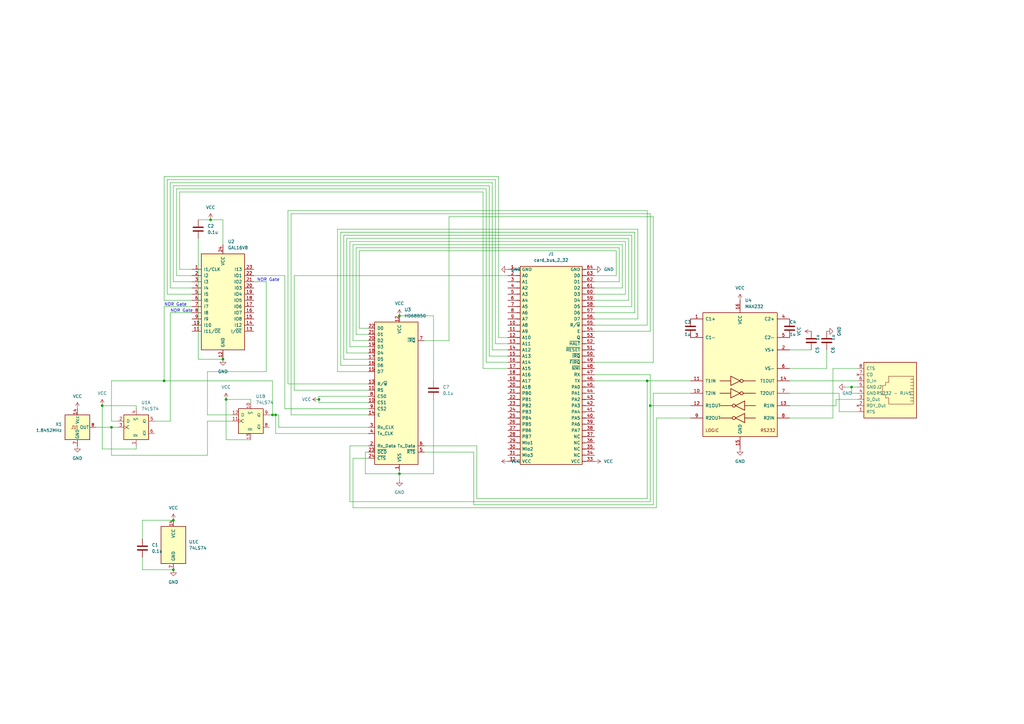
<source format=kicad_sch>
(kicad_sch (version 20211123) (generator eeschema)

  (uuid 42e6d9ec-1b92-407d-9047-bf7de8544931)

  (paper "A3")

  (lib_symbols
    (symbol "000_MX6309_Symbols:GAL16V8" (pin_names (offset 1.016)) (in_bom yes) (on_board yes)
      (property "Reference" "U" (id 0) (at -8.89 16.51 0)
        (effects (font (size 1.27 1.27)) (justify left))
      )
      (property "Value" "GAL16V8" (id 1) (at -3.81 1.27 0)
        (effects (font (size 1.27 1.27)) (justify left))
      )
      (property "Footprint" "Package_DIP:DIP-24_W7.62mm" (id 2) (at 1.27 -22.86 0)
        (effects (font (size 1.27 1.27)) hide)
      )
      (property "Datasheet" "" (id 3) (at 0 0 0)
        (effects (font (size 1.27 1.27)) hide)
      )
      (property "ki_keywords" "GAL PLD 16V8" (id 4) (at 0 0 0)
        (effects (font (size 1.27 1.27)) hide)
      )
      (property "ki_description" "Programmable Logic Array, DIP-20/SOIC-20/PLCC-20" (id 5) (at 0 0 0)
        (effects (font (size 1.27 1.27)) hide)
      )
      (property "ki_fp_filters" "DIP* PDIP* SOIC* SO* PLCC*" (id 6) (at 0 0 0)
        (effects (font (size 1.27 1.27)) hide)
      )
      (symbol "GAL16V8_0_0"
        (pin power_in line (at 0 -25.4 90) (length 3.81)
          (name "GND" (effects (font (size 1.27 1.27))))
          (number "12" (effects (font (size 1.27 1.27))))
        )
        (pin power_in line (at 0 21.59 270) (length 3.81)
          (name "VCC" (effects (font (size 1.27 1.27))))
          (number "24" (effects (font (size 1.27 1.27))))
        )
      )
      (symbol "GAL16V8_0_1"
        (rectangle (start -8.89 17.78) (end 8.89 -21.59)
          (stroke (width 0.254) (type default) (color 0 0 0 0))
          (fill (type background))
        )
      )
      (symbol "GAL16V8_1_1"
        (pin input line (at -12.7 11.43 0) (length 3.81)
          (name "I1/CLK" (effects (font (size 1.27 1.27))))
          (number "1" (effects (font (size 1.27 1.27))))
        )
        (pin input line (at -12.7 -11.43 0) (length 3.81)
          (name "I10" (effects (font (size 1.27 1.27))))
          (number "10" (effects (font (size 1.27 1.27))))
        )
        (pin input line (at -12.7 -13.97 0) (length 3.81)
          (name "I11/~{OE}" (effects (font (size 1.27 1.27))))
          (number "11" (effects (font (size 1.27 1.27))))
        )
        (pin tri_state line (at 12.7 -13.97 180) (length 3.81)
          (name "I/~{OE}" (effects (font (size 1.27 1.27))))
          (number "13" (effects (font (size 1.27 1.27))))
        )
        (pin tri_state line (at 12.7 -11.43 180) (length 3.81)
          (name "I12" (effects (font (size 1.27 1.27))))
          (number "14" (effects (font (size 1.27 1.27))))
        )
        (pin tri_state line (at 12.7 -8.89 180) (length 3.81)
          (name "IO8" (effects (font (size 1.27 1.27))))
          (number "15" (effects (font (size 1.27 1.27))))
        )
        (pin tri_state line (at 12.7 -6.35 180) (length 3.81)
          (name "IO7" (effects (font (size 1.27 1.27))))
          (number "16" (effects (font (size 1.27 1.27))))
        )
        (pin tri_state line (at 12.7 -3.81 180) (length 3.81)
          (name "IO6" (effects (font (size 1.27 1.27))))
          (number "17" (effects (font (size 1.27 1.27))))
        )
        (pin tri_state line (at 12.7 -1.27 180) (length 3.81)
          (name "IO5" (effects (font (size 1.27 1.27))))
          (number "18" (effects (font (size 1.27 1.27))))
        )
        (pin tri_state line (at 12.7 1.27 180) (length 3.81)
          (name "IO4" (effects (font (size 1.27 1.27))))
          (number "19" (effects (font (size 1.27 1.27))))
        )
        (pin input line (at -12.7 8.89 0) (length 3.81)
          (name "I2" (effects (font (size 1.27 1.27))))
          (number "2" (effects (font (size 1.27 1.27))))
        )
        (pin tri_state line (at 12.7 3.81 180) (length 3.81)
          (name "I03" (effects (font (size 1.27 1.27))))
          (number "20" (effects (font (size 1.27 1.27))))
        )
        (pin tri_state line (at 12.7 6.35 180) (length 3.81)
          (name "IO2" (effects (font (size 1.27 1.27))))
          (number "21" (effects (font (size 1.27 1.27))))
        )
        (pin tri_state line (at 12.7 8.89 180) (length 3.81)
          (name "IO1" (effects (font (size 1.27 1.27))))
          (number "22" (effects (font (size 1.27 1.27))))
        )
        (pin tri_state line (at 12.7 11.43 180) (length 3.81)
          (name "I13" (effects (font (size 1.27 1.27))))
          (number "23" (effects (font (size 1.27 1.27))))
        )
        (pin input line (at -12.7 6.35 0) (length 3.81)
          (name "I3" (effects (font (size 1.27 1.27))))
          (number "3" (effects (font (size 1.27 1.27))))
        )
        (pin input line (at -12.7 3.81 0) (length 3.81)
          (name "I4" (effects (font (size 1.27 1.27))))
          (number "4" (effects (font (size 1.27 1.27))))
        )
        (pin input line (at -12.7 1.27 0) (length 3.81)
          (name "I5" (effects (font (size 1.27 1.27))))
          (number "5" (effects (font (size 1.27 1.27))))
        )
        (pin input line (at -12.7 -1.27 0) (length 3.81)
          (name "I6" (effects (font (size 1.27 1.27))))
          (number "6" (effects (font (size 1.27 1.27))))
        )
        (pin input line (at -12.7 -3.81 0) (length 3.81)
          (name "I7" (effects (font (size 1.27 1.27))))
          (number "7" (effects (font (size 1.27 1.27))))
        )
        (pin input line (at -12.7 -6.35 0) (length 3.81)
          (name "I8" (effects (font (size 1.27 1.27))))
          (number "8" (effects (font (size 1.27 1.27))))
        )
        (pin input line (at -12.7 -8.89 0) (length 3.81)
          (name "I9" (effects (font (size 1.27 1.27))))
          (number "9" (effects (font (size 1.27 1.27))))
        )
      )
    )
    (symbol "000_MX6309_Symbols:MAX232" (pin_names (offset 1.016)) (in_bom yes) (on_board yes)
      (property "Reference" "U" (id 0) (at -2.54 28.575 0)
        (effects (font (size 1.27 1.27)) (justify right))
      )
      (property "Value" "MAX232" (id 1) (at -2.54 26.67 0)
        (effects (font (size 1.27 1.27)) (justify right))
      )
      (property "Footprint" "" (id 2) (at 1.27 -26.67 0)
        (effects (font (size 1.27 1.27)) (justify left) hide)
      )
      (property "Datasheet" "http://www.ti.com/lit/ds/symlink/max232.pdf" (id 3) (at 0 2.54 0)
        (effects (font (size 1.27 1.27)) hide)
      )
      (property "ki_keywords" "rs232 uart transceiver line-driver" (id 4) (at 0 0 0)
        (effects (font (size 1.27 1.27)) hide)
      )
      (property "ki_description" "Dual RS232 driver/receiver, 5V supply, 120kb/s, 0C-70C" (id 5) (at 0 0 0)
        (effects (font (size 1.27 1.27)) hide)
      )
      (property "ki_fp_filters" "SOIC*P1.27mm* DIP*W7.62mm* TSSOP*4.4x5mm*P0.65mm*" (id 6) (at 0 0 0)
        (effects (font (size 1.27 1.27)) hide)
      )
      (symbol "MAX232_0_0"
        (text "LOGIC" (at -11.43 -22.86 0)
          (effects (font (size 1.27 1.27)))
        )
        (text "RS232" (at 11.43 -22.86 0)
          (effects (font (size 1.27 1.27)))
        )
      )
      (symbol "MAX232_0_1"
        (rectangle (start -15.24 -25.4) (end 15.24 25.4)
          (stroke (width 0.254) (type default) (color 0 0 0 0))
          (fill (type background))
        )
        (circle (center -2.54 -17.78) (radius 0.635)
          (stroke (width 0.254) (type default) (color 0 0 0 0))
          (fill (type none))
        )
        (circle (center -2.54 -12.7) (radius 0.635)
          (stroke (width 0.254) (type default) (color 0 0 0 0))
          (fill (type none))
        )
        (polyline
          (pts
            (xy -3.81 -7.62)
            (xy -8.255 -7.62)
          )
          (stroke (width 0.254) (type default) (color 0 0 0 0))
          (fill (type none))
        )
        (polyline
          (pts
            (xy -3.81 -2.54)
            (xy -8.255 -2.54)
          )
          (stroke (width 0.254) (type default) (color 0 0 0 0))
          (fill (type none))
        )
        (polyline
          (pts
            (xy -3.175 -17.78)
            (xy -8.255 -17.78)
          )
          (stroke (width 0.254) (type default) (color 0 0 0 0))
          (fill (type none))
        )
        (polyline
          (pts
            (xy -3.175 -12.7)
            (xy -8.255 -12.7)
          )
          (stroke (width 0.254) (type default) (color 0 0 0 0))
          (fill (type none))
        )
        (polyline
          (pts
            (xy 1.27 -7.62)
            (xy 6.35 -7.62)
          )
          (stroke (width 0.254) (type default) (color 0 0 0 0))
          (fill (type none))
        )
        (polyline
          (pts
            (xy 1.27 -2.54)
            (xy 6.35 -2.54)
          )
          (stroke (width 0.254) (type default) (color 0 0 0 0))
          (fill (type none))
        )
        (polyline
          (pts
            (xy 1.905 -17.78)
            (xy 6.35 -17.78)
          )
          (stroke (width 0.254) (type default) (color 0 0 0 0))
          (fill (type none))
        )
        (polyline
          (pts
            (xy 1.905 -12.7)
            (xy 6.35 -12.7)
          )
          (stroke (width 0.254) (type default) (color 0 0 0 0))
          (fill (type none))
        )
        (polyline
          (pts
            (xy -3.81 -5.715)
            (xy -3.81 -9.525)
            (xy 0 -7.62)
            (xy -3.81 -5.715)
          )
          (stroke (width 0.254) (type default) (color 0 0 0 0))
          (fill (type none))
        )
        (polyline
          (pts
            (xy -3.81 -0.635)
            (xy -3.81 -4.445)
            (xy 0 -2.54)
            (xy -3.81 -0.635)
          )
          (stroke (width 0.254) (type default) (color 0 0 0 0))
          (fill (type none))
        )
        (polyline
          (pts
            (xy 1.905 -15.875)
            (xy 1.905 -19.685)
            (xy -1.905 -17.78)
            (xy 1.905 -15.875)
          )
          (stroke (width 0.254) (type default) (color 0 0 0 0))
          (fill (type none))
        )
        (polyline
          (pts
            (xy 1.905 -10.795)
            (xy 1.905 -14.605)
            (xy -1.905 -12.7)
            (xy 1.905 -10.795)
          )
          (stroke (width 0.254) (type default) (color 0 0 0 0))
          (fill (type none))
        )
        (circle (center 0.635 -7.62) (radius 0.635)
          (stroke (width 0.254) (type default) (color 0 0 0 0))
          (fill (type none))
        )
        (circle (center 0.635 -2.54) (radius 0.635)
          (stroke (width 0.254) (type default) (color 0 0 0 0))
          (fill (type none))
        )
      )
      (symbol "MAX232_1_1"
        (pin passive line (at -20.32 22.86 0) (length 5.08)
          (name "C1+" (effects (font (size 1.27 1.27))))
          (number "1" (effects (font (size 1.27 1.27))))
        )
        (pin input line (at -20.32 -7.62 0) (length 5.08)
          (name "T2IN" (effects (font (size 1.27 1.27))))
          (number "10" (effects (font (size 1.27 1.27))))
        )
        (pin input line (at -20.32 -2.54 0) (length 5.08)
          (name "T1IN" (effects (font (size 1.27 1.27))))
          (number "11" (effects (font (size 1.27 1.27))))
        )
        (pin output line (at -20.32 -12.7 0) (length 5.08)
          (name "R1OUT" (effects (font (size 1.27 1.27))))
          (number "12" (effects (font (size 1.27 1.27))))
        )
        (pin input line (at 20.32 -12.7 180) (length 5.08)
          (name "R1IN" (effects (font (size 1.27 1.27))))
          (number "13" (effects (font (size 1.27 1.27))))
        )
        (pin output line (at 20.32 -2.54 180) (length 5.08)
          (name "T1OUT" (effects (font (size 1.27 1.27))))
          (number "14" (effects (font (size 1.27 1.27))))
        )
        (pin power_in line (at 0 -30.48 90) (length 5.08)
          (name "GND" (effects (font (size 1.27 1.27))))
          (number "15" (effects (font (size 1.27 1.27))))
        )
        (pin power_in line (at 0 30.48 270) (length 5.08)
          (name "VCC" (effects (font (size 1.27 1.27))))
          (number "16" (effects (font (size 1.27 1.27))))
        )
        (pin power_out line (at 20.32 10.16 180) (length 5.08)
          (name "VS+" (effects (font (size 1.27 1.27))))
          (number "2" (effects (font (size 1.27 1.27))))
        )
        (pin passive line (at -20.32 15.24 0) (length 5.08)
          (name "C1-" (effects (font (size 1.27 1.27))))
          (number "3" (effects (font (size 1.27 1.27))))
        )
        (pin passive line (at 20.32 22.86 180) (length 5.08)
          (name "C2+" (effects (font (size 1.27 1.27))))
          (number "4" (effects (font (size 1.27 1.27))))
        )
        (pin passive line (at 20.32 15.24 180) (length 5.08)
          (name "C2-" (effects (font (size 1.27 1.27))))
          (number "5" (effects (font (size 1.27 1.27))))
        )
        (pin power_out line (at 20.32 2.54 180) (length 5.08)
          (name "VS-" (effects (font (size 1.27 1.27))))
          (number "6" (effects (font (size 1.27 1.27))))
        )
        (pin output line (at 20.32 -7.62 180) (length 5.08)
          (name "T2OUT" (effects (font (size 1.27 1.27))))
          (number "7" (effects (font (size 1.27 1.27))))
        )
        (pin input line (at 20.32 -17.78 180) (length 5.08)
          (name "R2IN" (effects (font (size 1.27 1.27))))
          (number "8" (effects (font (size 1.27 1.27))))
        )
        (pin output line (at -20.32 -17.78 0) (length 5.08)
          (name "R2OUT" (effects (font (size 1.27 1.27))))
          (number "9" (effects (font (size 1.27 1.27))))
        )
      )
    )
    (symbol "000_MX6309_Symbols:MC68A50" (pin_names (offset 1.016)) (in_bom yes) (on_board yes)
      (property "Reference" "U" (id 0) (at -7.366 31.75 0)
        (effects (font (size 1.27 1.27)) (justify right))
      )
      (property "Value" "MC68A50" (id 1) (at 10.414 31.75 0)
        (effects (font (size 1.27 1.27)) (justify right))
      )
      (property "Footprint" "Package_DIP:DIP-40_W15.24mm" (id 2) (at 1.27 -29.21 0)
        (effects (font (size 1.27 1.27)) (justify left) hide)
      )
      (property "Datasheet" "http://pdf.datasheetcatalog.com/datasheet/motorola/MC6850.pdf" (id 3) (at 0 0 0)
        (effects (font (size 1.27 1.27)) hide)
      )
      (property "ki_keywords" "ACIA" (id 4) (at 0 0 0)
        (effects (font (size 1.27 1.27)) hide)
      )
      (property "ki_description" "Asynchronous Communications Interface Adapter 1.5MHz, DIP-40" (id 5) (at 0 0 0)
        (effects (font (size 1.27 1.27)) hide)
      )
      (property "ki_fp_filters" "DIP*W15.24mm*" (id 6) (at 0 0 0)
        (effects (font (size 1.27 1.27)) hide)
      )
      (symbol "MC68A50_1_1"
        (rectangle (start -10.16 -27.94) (end 7.62 30.48)
          (stroke (width 0.254) (type default) (color 0 0 0 0))
          (fill (type background))
        )
        (pin power_in line (at 0 -30.48 90) (length 2.54)
          (name "VSS" (effects (font (size 1.27 1.27))))
          (number "1" (effects (font (size 1.27 1.27))))
        )
        (pin input line (at -12.7 -2.54 0) (length 2.54)
          (name "CS1" (effects (font (size 1.27 1.27))))
          (number "10" (effects (font (size 1.27 1.27))))
        )
        (pin input line (at -12.7 2.54 0) (length 2.54)
          (name "RS" (effects (font (size 1.27 1.27))))
          (number "11" (effects (font (size 1.27 1.27))))
        )
        (pin power_in line (at 0 33.02 270) (length 2.54)
          (name "VCC" (effects (font (size 1.27 1.27))))
          (number "12" (effects (font (size 1.27 1.27))))
        )
        (pin input line (at -12.7 5.08 0) (length 2.54)
          (name "R/~{W}" (effects (font (size 1.27 1.27))))
          (number "13" (effects (font (size 1.27 1.27))))
        )
        (pin input line (at -12.7 -7.62 0) (length 2.54)
          (name "E" (effects (font (size 1.27 1.27))))
          (number "14" (effects (font (size 1.27 1.27))))
        )
        (pin bidirectional line (at -12.7 10.16 0) (length 2.54)
          (name "D7" (effects (font (size 1.27 1.27))))
          (number "15" (effects (font (size 1.27 1.27))))
        )
        (pin bidirectional line (at -12.7 12.7 0) (length 2.54)
          (name "D6" (effects (font (size 1.27 1.27))))
          (number "16" (effects (font (size 1.27 1.27))))
        )
        (pin bidirectional line (at -12.7 15.24 0) (length 2.54)
          (name "D5" (effects (font (size 1.27 1.27))))
          (number "17" (effects (font (size 1.27 1.27))))
        )
        (pin bidirectional line (at -12.7 17.78 0) (length 2.54)
          (name "D4" (effects (font (size 1.27 1.27))))
          (number "18" (effects (font (size 1.27 1.27))))
        )
        (pin bidirectional line (at -12.7 20.32 0) (length 2.54)
          (name "D3" (effects (font (size 1.27 1.27))))
          (number "19" (effects (font (size 1.27 1.27))))
        )
        (pin input line (at -12.7 -20.32 0) (length 2.54)
          (name "Rx_Data" (effects (font (size 1.27 1.27))))
          (number "2" (effects (font (size 1.27 1.27))))
        )
        (pin bidirectional line (at -12.7 22.86 0) (length 2.54)
          (name "D2" (effects (font (size 1.27 1.27))))
          (number "20" (effects (font (size 1.27 1.27))))
        )
        (pin bidirectional line (at -12.7 25.4 0) (length 2.54)
          (name "D1" (effects (font (size 1.27 1.27))))
          (number "21" (effects (font (size 1.27 1.27))))
        )
        (pin bidirectional line (at -12.7 27.94 0) (length 2.54)
          (name "D0" (effects (font (size 1.27 1.27))))
          (number "22" (effects (font (size 1.27 1.27))))
        )
        (pin input line (at -12.7 -22.86 0) (length 2.54)
          (name "~{DCD}" (effects (font (size 1.27 1.27))))
          (number "23" (effects (font (size 1.27 1.27))))
        )
        (pin input line (at -12.7 -25.4 0) (length 2.54)
          (name "~{CTS}" (effects (font (size 1.27 1.27))))
          (number "24" (effects (font (size 1.27 1.27))))
        )
        (pin input line (at -12.7 -12.7 0) (length 2.54)
          (name "Rx_CLK" (effects (font (size 1.27 1.27))))
          (number "3" (effects (font (size 1.27 1.27))))
        )
        (pin input line (at -12.7 -15.24 0) (length 2.54)
          (name "Tx_CLK" (effects (font (size 1.27 1.27))))
          (number "4" (effects (font (size 1.27 1.27))))
        )
        (pin output line (at 10.16 -22.86 180) (length 2.54)
          (name "~{RTS}" (effects (font (size 1.27 1.27))))
          (number "5" (effects (font (size 1.27 1.27))))
        )
        (pin output line (at 10.16 -20.32 180) (length 2.54)
          (name "Tx_Data" (effects (font (size 1.27 1.27))))
          (number "6" (effects (font (size 1.27 1.27))))
        )
        (pin output line (at 10.16 22.86 180) (length 2.54)
          (name "~{IRQ}" (effects (font (size 1.27 1.27))))
          (number "7" (effects (font (size 1.27 1.27))))
        )
        (pin input line (at -12.7 0 0) (length 2.54)
          (name "CS0" (effects (font (size 1.27 1.27))))
          (number "8" (effects (font (size 1.27 1.27))))
        )
        (pin input line (at -12.7 -5.08 0) (length 2.54)
          (name "CS2" (effects (font (size 1.27 1.27))))
          (number "9" (effects (font (size 1.27 1.27))))
        )
      )
    )
    (symbol "000_MX6309_Symbols:card_bus_2_32" (pin_names (offset 2)) (in_bom yes) (on_board yes)
      (property "Reference" "J" (id 0) (at 1.27 40.64 0)
        (effects (font (size 1.27 1.27)))
      )
      (property "Value" "card_bus_2_32" (id 1) (at 20.32 -49.53 0)
        (effects (font (size 1.27 1.27)))
      )
      (property "Footprint" "card_bus_2_32:PinSocket_2x32_P2.54mm_Vertical" (id 2) (at 10.16 50.8 0)
        (effects (font (size 1.27 1.27)) hide)
      )
      (property "Datasheet" "~" (id 3) (at 0 0 0)
        (effects (font (size 1.27 1.27)) hide)
      )
      (property "ki_keywords" "connector" (id 4) (at 0 0 0)
        (effects (font (size 1.27 1.27)) hide)
      )
      (property "ki_description" "DIN41612 connector, double row (AB), 02x32, script generated (kicad-library-utils/schlib/autogen/connector/)" (id 5) (at 0 0 0)
        (effects (font (size 1.27 1.27)) hide)
      )
      (property "ki_fp_filters" "DIN41612*2x*" (id 6) (at 0 0 0)
        (effects (font (size 1.27 1.27)) hide)
      )
      (symbol "card_bus_2_32_1_1"
        (rectangle (start -1.27 -40.513) (end 0 -40.767)
          (stroke (width 0.1524) (type default) (color 0 0 0 0))
          (fill (type none))
        )
        (rectangle (start -1.27 -37.973) (end 0 -38.227)
          (stroke (width 0.1524) (type default) (color 0 0 0 0))
          (fill (type none))
        )
        (rectangle (start -1.27 -35.433) (end 0 -35.687)
          (stroke (width 0.1524) (type default) (color 0 0 0 0))
          (fill (type none))
        )
        (rectangle (start -1.27 -32.893) (end 0 -33.147)
          (stroke (width 0.1524) (type default) (color 0 0 0 0))
          (fill (type none))
        )
        (rectangle (start -1.27 -30.353) (end 0 -30.607)
          (stroke (width 0.1524) (type default) (color 0 0 0 0))
          (fill (type none))
        )
        (rectangle (start -1.27 -27.813) (end 0 -28.067)
          (stroke (width 0.1524) (type default) (color 0 0 0 0))
          (fill (type none))
        )
        (rectangle (start -1.27 -25.273) (end 0 -25.527)
          (stroke (width 0.1524) (type default) (color 0 0 0 0))
          (fill (type none))
        )
        (rectangle (start -1.27 -22.733) (end 0 -22.987)
          (stroke (width 0.1524) (type default) (color 0 0 0 0))
          (fill (type none))
        )
        (rectangle (start -1.27 -20.193) (end 0 -20.447)
          (stroke (width 0.1524) (type default) (color 0 0 0 0))
          (fill (type none))
        )
        (rectangle (start -1.27 -17.653) (end 0 -17.907)
          (stroke (width 0.1524) (type default) (color 0 0 0 0))
          (fill (type none))
        )
        (rectangle (start -1.27 -15.113) (end 0 -15.367)
          (stroke (width 0.1524) (type default) (color 0 0 0 0))
          (fill (type none))
        )
        (rectangle (start -1.27 -12.573) (end 0 -12.827)
          (stroke (width 0.1524) (type default) (color 0 0 0 0))
          (fill (type none))
        )
        (rectangle (start -1.27 -10.033) (end 0 -10.287)
          (stroke (width 0.1524) (type default) (color 0 0 0 0))
          (fill (type none))
        )
        (rectangle (start -1.27 -7.493) (end 0 -7.747)
          (stroke (width 0.1524) (type default) (color 0 0 0 0))
          (fill (type none))
        )
        (rectangle (start -1.27 -4.953) (end 0 -5.207)
          (stroke (width 0.1524) (type default) (color 0 0 0 0))
          (fill (type none))
        )
        (rectangle (start -1.27 -2.413) (end 0 -2.667)
          (stroke (width 0.1524) (type default) (color 0 0 0 0))
          (fill (type none))
        )
        (rectangle (start -1.27 0.127) (end 0 -0.127)
          (stroke (width 0.1524) (type default) (color 0 0 0 0))
          (fill (type none))
        )
        (rectangle (start -1.27 2.667) (end 0 2.413)
          (stroke (width 0.1524) (type default) (color 0 0 0 0))
          (fill (type none))
        )
        (rectangle (start -1.27 5.207) (end 0 4.953)
          (stroke (width 0.1524) (type default) (color 0 0 0 0))
          (fill (type none))
        )
        (rectangle (start -1.27 7.747) (end 0 7.493)
          (stroke (width 0.1524) (type default) (color 0 0 0 0))
          (fill (type none))
        )
        (rectangle (start -1.27 10.287) (end 0 10.033)
          (stroke (width 0.1524) (type default) (color 0 0 0 0))
          (fill (type none))
        )
        (rectangle (start -1.27 12.827) (end 0 12.573)
          (stroke (width 0.1524) (type default) (color 0 0 0 0))
          (fill (type none))
        )
        (rectangle (start -1.27 15.367) (end 0 15.113)
          (stroke (width 0.1524) (type default) (color 0 0 0 0))
          (fill (type none))
        )
        (rectangle (start -1.27 17.907) (end 0 17.653)
          (stroke (width 0.1524) (type default) (color 0 0 0 0))
          (fill (type none))
        )
        (rectangle (start -1.27 20.447) (end 0 20.193)
          (stroke (width 0.1524) (type default) (color 0 0 0 0))
          (fill (type none))
        )
        (rectangle (start -1.27 22.987) (end 0 22.733)
          (stroke (width 0.1524) (type default) (color 0 0 0 0))
          (fill (type none))
        )
        (rectangle (start -1.27 25.527) (end 0 25.273)
          (stroke (width 0.1524) (type default) (color 0 0 0 0))
          (fill (type none))
        )
        (rectangle (start -1.27 28.067) (end 0 27.813)
          (stroke (width 0.1524) (type default) (color 0 0 0 0))
          (fill (type none))
        )
        (rectangle (start -1.27 30.607) (end 0 30.353)
          (stroke (width 0.1524) (type default) (color 0 0 0 0))
          (fill (type none))
        )
        (rectangle (start -1.27 33.147) (end 0 32.893)
          (stroke (width 0.1524) (type default) (color 0 0 0 0))
          (fill (type none))
        )
        (rectangle (start -1.27 35.687) (end 0 35.433)
          (stroke (width 0.1524) (type default) (color 0 0 0 0))
          (fill (type none))
        )
        (rectangle (start -1.27 38.227) (end 0 37.973)
          (stroke (width 0.1524) (type default) (color 0 0 0 0))
          (fill (type none))
        )
        (rectangle (start 0 39.37) (end 25.4 -41.91)
          (stroke (width 0.254) (type default) (color 0 0 0 0))
          (fill (type background))
        )
        (rectangle (start 25.4 -40.513) (end 26.67 -40.767)
          (stroke (width 0.1524) (type default) (color 0 0 0 0))
          (fill (type none))
        )
        (rectangle (start 25.4 -37.973) (end 26.67 -38.227)
          (stroke (width 0.1524) (type default) (color 0 0 0 0))
          (fill (type none))
        )
        (rectangle (start 25.4 -35.433) (end 26.67 -35.687)
          (stroke (width 0.1524) (type default) (color 0 0 0 0))
          (fill (type none))
        )
        (rectangle (start 25.4 -32.893) (end 26.67 -33.147)
          (stroke (width 0.1524) (type default) (color 0 0 0 0))
          (fill (type none))
        )
        (rectangle (start 25.4 -30.353) (end 26.67 -30.607)
          (stroke (width 0.1524) (type default) (color 0 0 0 0))
          (fill (type none))
        )
        (rectangle (start 25.4 -27.813) (end 26.67 -28.067)
          (stroke (width 0.1524) (type default) (color 0 0 0 0))
          (fill (type none))
        )
        (rectangle (start 25.4 -25.273) (end 26.67 -25.527)
          (stroke (width 0.1524) (type default) (color 0 0 0 0))
          (fill (type none))
        )
        (rectangle (start 25.4 -22.733) (end 26.67 -22.987)
          (stroke (width 0.1524) (type default) (color 0 0 0 0))
          (fill (type none))
        )
        (rectangle (start 25.4 -20.193) (end 26.67 -20.447)
          (stroke (width 0.1524) (type default) (color 0 0 0 0))
          (fill (type none))
        )
        (rectangle (start 25.4 -17.653) (end 26.67 -17.907)
          (stroke (width 0.1524) (type default) (color 0 0 0 0))
          (fill (type none))
        )
        (rectangle (start 25.4 -15.113) (end 26.67 -15.367)
          (stroke (width 0.1524) (type default) (color 0 0 0 0))
          (fill (type none))
        )
        (rectangle (start 25.4 -12.573) (end 26.67 -12.827)
          (stroke (width 0.1524) (type default) (color 0 0 0 0))
          (fill (type none))
        )
        (rectangle (start 25.4 -10.033) (end 26.67 -10.287)
          (stroke (width 0.1524) (type default) (color 0 0 0 0))
          (fill (type none))
        )
        (rectangle (start 25.4 -7.493) (end 26.67 -7.747)
          (stroke (width 0.1524) (type default) (color 0 0 0 0))
          (fill (type none))
        )
        (rectangle (start 25.4 -4.953) (end 26.67 -5.207)
          (stroke (width 0.1524) (type default) (color 0 0 0 0))
          (fill (type none))
        )
        (rectangle (start 25.4 -2.413) (end 26.67 -2.667)
          (stroke (width 0.1524) (type default) (color 0 0 0 0))
          (fill (type none))
        )
        (rectangle (start 25.4 0.127) (end 26.67 -0.127)
          (stroke (width 0.1524) (type default) (color 0 0 0 0))
          (fill (type none))
        )
        (rectangle (start 25.4 2.667) (end 26.67 2.413)
          (stroke (width 0.1524) (type default) (color 0 0 0 0))
          (fill (type none))
        )
        (rectangle (start 25.4 5.207) (end 26.67 4.953)
          (stroke (width 0.1524) (type default) (color 0 0 0 0))
          (fill (type none))
        )
        (rectangle (start 25.4 7.747) (end 26.67 7.493)
          (stroke (width 0.1524) (type default) (color 0 0 0 0))
          (fill (type none))
        )
        (rectangle (start 25.4 10.287) (end 26.67 10.033)
          (stroke (width 0.1524) (type default) (color 0 0 0 0))
          (fill (type none))
        )
        (rectangle (start 25.4 12.827) (end 26.67 12.573)
          (stroke (width 0.1524) (type default) (color 0 0 0 0))
          (fill (type none))
        )
        (rectangle (start 25.4 15.367) (end 26.67 15.113)
          (stroke (width 0.1524) (type default) (color 0 0 0 0))
          (fill (type none))
        )
        (rectangle (start 25.4 17.907) (end 26.67 17.653)
          (stroke (width 0.1524) (type default) (color 0 0 0 0))
          (fill (type none))
        )
        (rectangle (start 25.4 20.447) (end 26.67 20.193)
          (stroke (width 0.1524) (type default) (color 0 0 0 0))
          (fill (type none))
        )
        (rectangle (start 25.4 22.987) (end 26.67 22.733)
          (stroke (width 0.1524) (type default) (color 0 0 0 0))
          (fill (type none))
        )
        (rectangle (start 25.4 25.527) (end 26.67 25.273)
          (stroke (width 0.1524) (type default) (color 0 0 0 0))
          (fill (type none))
        )
        (rectangle (start 25.4 28.067) (end 26.67 27.813)
          (stroke (width 0.1524) (type default) (color 0 0 0 0))
          (fill (type none))
        )
        (rectangle (start 25.4 30.607) (end 26.67 30.353)
          (stroke (width 0.1524) (type default) (color 0 0 0 0))
          (fill (type none))
        )
        (rectangle (start 25.4 33.147) (end 26.67 32.893)
          (stroke (width 0.1524) (type default) (color 0 0 0 0))
          (fill (type none))
        )
        (rectangle (start 25.4 35.687) (end 26.67 35.433)
          (stroke (width 0.1524) (type default) (color 0 0 0 0))
          (fill (type none))
        )
        (rectangle (start 25.4 38.227) (end 26.67 37.973)
          (stroke (width 0.1524) (type default) (color 0 0 0 0))
          (fill (type none))
        )
        (pin power_in line (at -5.08 38.1 0) (length 3.81)
          (name "GND" (effects (font (size 1.27 1.27))))
          (number "1" (effects (font (size 1.27 1.27))))
        )
        (pin output line (at -5.08 15.24 0) (length 3.81)
          (name "A8" (effects (font (size 1.27 1.27))))
          (number "10" (effects (font (size 1.27 1.27))))
        )
        (pin output line (at -5.08 12.7 0) (length 3.81)
          (name "A9" (effects (font (size 1.27 1.27))))
          (number "11" (effects (font (size 1.27 1.27))))
        )
        (pin output line (at -5.08 10.16 0) (length 3.81)
          (name "A10" (effects (font (size 1.27 1.27))))
          (number "12" (effects (font (size 1.27 1.27))))
        )
        (pin output line (at -5.08 7.62 0) (length 3.81)
          (name "A11" (effects (font (size 1.27 1.27))))
          (number "13" (effects (font (size 1.27 1.27))))
        )
        (pin output line (at -5.08 5.08 0) (length 3.81)
          (name "A12" (effects (font (size 1.27 1.27))))
          (number "14" (effects (font (size 1.27 1.27))))
        )
        (pin output line (at -5.08 2.54 0) (length 3.81)
          (name "A13" (effects (font (size 1.27 1.27))))
          (number "15" (effects (font (size 1.27 1.27))))
        )
        (pin output line (at -5.08 0 0) (length 3.81)
          (name "A14" (effects (font (size 1.27 1.27))))
          (number "16" (effects (font (size 1.27 1.27))))
        )
        (pin output line (at -5.08 -2.54 0) (length 3.81)
          (name "A15" (effects (font (size 1.27 1.27))))
          (number "17" (effects (font (size 1.27 1.27))))
        )
        (pin output line (at -5.08 -5.08 0) (length 3.81)
          (name "A16" (effects (font (size 1.27 1.27))))
          (number "18" (effects (font (size 1.27 1.27))))
        )
        (pin output line (at -5.08 -7.62 0) (length 3.81)
          (name "A17" (effects (font (size 1.27 1.27))))
          (number "19" (effects (font (size 1.27 1.27))))
        )
        (pin output line (at -5.08 35.56 0) (length 3.81)
          (name "A0" (effects (font (size 1.27 1.27))))
          (number "2" (effects (font (size 1.27 1.27))))
        )
        (pin output line (at -5.08 -10.16 0) (length 3.81)
          (name "A18" (effects (font (size 1.27 1.27))))
          (number "20" (effects (font (size 1.27 1.27))))
        )
        (pin bidirectional line (at -5.08 -12.7 0) (length 3.81)
          (name "PB0" (effects (font (size 1.27 1.27))))
          (number "21" (effects (font (size 1.27 1.27))))
        )
        (pin bidirectional line (at -5.08 -15.24 0) (length 3.81)
          (name "PB1" (effects (font (size 1.27 1.27))))
          (number "22" (effects (font (size 1.27 1.27))))
        )
        (pin bidirectional line (at -5.08 -17.78 0) (length 3.81)
          (name "PB2" (effects (font (size 1.27 1.27))))
          (number "23" (effects (font (size 1.27 1.27))))
        )
        (pin bidirectional line (at -5.08 -20.32 0) (length 3.81)
          (name "PB3" (effects (font (size 1.27 1.27))))
          (number "24" (effects (font (size 1.27 1.27))))
        )
        (pin bidirectional line (at -5.08 -22.86 0) (length 3.81)
          (name "PB4" (effects (font (size 1.27 1.27))))
          (number "25" (effects (font (size 1.27 1.27))))
        )
        (pin bidirectional line (at -5.08 -25.4 0) (length 3.81)
          (name "PB5" (effects (font (size 1.27 1.27))))
          (number "26" (effects (font (size 1.27 1.27))))
        )
        (pin bidirectional line (at -5.08 -27.94 0) (length 3.81)
          (name "PB6" (effects (font (size 1.27 1.27))))
          (number "27" (effects (font (size 1.27 1.27))))
        )
        (pin bidirectional line (at -5.08 -30.48 0) (length 3.81)
          (name "PB7" (effects (font (size 1.27 1.27))))
          (number "28" (effects (font (size 1.27 1.27))))
        )
        (pin tri_state line (at -5.08 -33.02 0) (length 3.81)
          (name "MIo1" (effects (font (size 1.27 1.27))))
          (number "29" (effects (font (size 1.27 1.27))))
        )
        (pin output line (at -5.08 33.02 0) (length 3.81)
          (name "A1" (effects (font (size 1.27 1.27))))
          (number "3" (effects (font (size 1.27 1.27))))
        )
        (pin tri_state line (at -5.08 -35.56 0) (length 3.81)
          (name "MIo2" (effects (font (size 1.27 1.27))))
          (number "30" (effects (font (size 1.27 1.27))))
        )
        (pin tri_state line (at -5.08 -38.1 0) (length 3.81)
          (name "MIo3" (effects (font (size 1.27 1.27))))
          (number "31" (effects (font (size 1.27 1.27))))
        )
        (pin power_in line (at -5.08 -40.64 0) (length 3.81)
          (name "VCC" (effects (font (size 1.27 1.27))))
          (number "32" (effects (font (size 1.27 1.27))))
        )
        (pin power_in line (at 30.48 -40.64 180) (length 3.81)
          (name "VCC" (effects (font (size 1.27 1.27))))
          (number "33" (effects (font (size 1.27 1.27))))
        )
        (pin unspecified line (at 30.48 -38.1 180) (length 3.81)
          (name "NC" (effects (font (size 1.27 1.27))))
          (number "34" (effects (font (size 1.27 1.27))))
        )
        (pin unspecified line (at 30.48 -35.56 180) (length 3.81)
          (name "NC" (effects (font (size 1.27 1.27))))
          (number "35" (effects (font (size 1.27 1.27))))
        )
        (pin unspecified line (at 30.48 -33.02 180) (length 3.81)
          (name "NC" (effects (font (size 1.27 1.27))))
          (number "36" (effects (font (size 1.27 1.27))))
        )
        (pin unspecified line (at 30.48 -30.48 180) (length 3.81)
          (name "NC" (effects (font (size 1.27 1.27))))
          (number "37" (effects (font (size 1.27 1.27))))
        )
        (pin bidirectional line (at 30.48 -27.94 180) (length 3.81)
          (name "PA7" (effects (font (size 1.27 1.27))))
          (number "38" (effects (font (size 1.27 1.27))))
        )
        (pin bidirectional line (at 30.48 -25.4 180) (length 3.81)
          (name "PA6" (effects (font (size 1.27 1.27))))
          (number "39" (effects (font (size 1.27 1.27))))
        )
        (pin output line (at -5.08 30.48 0) (length 3.81)
          (name "A2" (effects (font (size 1.27 1.27))))
          (number "4" (effects (font (size 1.27 1.27))))
        )
        (pin bidirectional line (at 30.48 -22.86 180) (length 3.81)
          (name "PA5" (effects (font (size 1.27 1.27))))
          (number "40" (effects (font (size 1.27 1.27))))
        )
        (pin bidirectional line (at 30.48 -20.32 180) (length 3.81)
          (name "PA4" (effects (font (size 1.27 1.27))))
          (number "41" (effects (font (size 1.27 1.27))))
        )
        (pin bidirectional line (at 30.48 -17.78 180) (length 3.81)
          (name "PA3" (effects (font (size 1.27 1.27))))
          (number "42" (effects (font (size 1.27 1.27))))
        )
        (pin bidirectional line (at 30.48 -15.24 180) (length 3.81)
          (name "PA2" (effects (font (size 1.27 1.27))))
          (number "43" (effects (font (size 1.27 1.27))))
        )
        (pin bidirectional line (at 30.48 -12.7 180) (length 3.81)
          (name "PA1" (effects (font (size 1.27 1.27))))
          (number "44" (effects (font (size 1.27 1.27))))
        )
        (pin bidirectional line (at 30.48 -10.16 180) (length 3.81)
          (name "PA0" (effects (font (size 1.27 1.27))))
          (number "45" (effects (font (size 1.27 1.27))))
        )
        (pin output line (at 30.48 -7.62 180) (length 3.81)
          (name "TX" (effects (font (size 1.27 1.27))))
          (number "46" (effects (font (size 1.27 1.27))))
        )
        (pin input line (at 30.48 -5.08 180) (length 3.81)
          (name "RX" (effects (font (size 1.27 1.27))))
          (number "47" (effects (font (size 1.27 1.27))))
        )
        (pin input line (at 30.48 -2.54 180) (length 3.81)
          (name "~{NMI}" (effects (font (size 1.27 1.27))))
          (number "48" (effects (font (size 1.27 1.27))))
        )
        (pin input line (at 30.48 0 180) (length 3.81)
          (name "~{FIRQ}" (effects (font (size 1.27 1.27))))
          (number "49" (effects (font (size 1.27 1.27))))
        )
        (pin output line (at -5.08 27.94 0) (length 3.81)
          (name "A3" (effects (font (size 1.27 1.27))))
          (number "5" (effects (font (size 1.27 1.27))))
        )
        (pin input line (at 30.48 2.54 180) (length 3.81)
          (name "~{IRQ}" (effects (font (size 1.27 1.27))))
          (number "50" (effects (font (size 1.27 1.27))))
        )
        (pin input line (at 30.48 5.08 180) (length 3.81)
          (name "~{RESET}" (effects (font (size 1.27 1.27))))
          (number "51" (effects (font (size 1.27 1.27))))
        )
        (pin input line (at 30.48 7.62 180) (length 3.81)
          (name "~{HALT}" (effects (font (size 1.27 1.27))))
          (number "52" (effects (font (size 1.27 1.27))))
        )
        (pin input line (at 30.48 10.16 180) (length 3.81)
          (name "Q" (effects (font (size 1.27 1.27))))
          (number "53" (effects (font (size 1.27 1.27))))
        )
        (pin input line (at 30.48 12.7 180) (length 3.81)
          (name "E" (effects (font (size 1.27 1.27))))
          (number "54" (effects (font (size 1.27 1.27))))
        )
        (pin output line (at 30.48 15.24 180) (length 3.81)
          (name "R/~{W}" (effects (font (size 1.27 1.27))))
          (number "55" (effects (font (size 1.27 1.27))))
        )
        (pin bidirectional line (at 30.48 17.78 180) (length 3.81)
          (name "D7" (effects (font (size 1.27 1.27))))
          (number "56" (effects (font (size 1.27 1.27))))
        )
        (pin bidirectional line (at 30.48 20.32 180) (length 3.81)
          (name "D6" (effects (font (size 1.27 1.27))))
          (number "57" (effects (font (size 1.27 1.27))))
        )
        (pin bidirectional line (at 30.48 22.86 180) (length 3.81)
          (name "D5" (effects (font (size 1.27 1.27))))
          (number "58" (effects (font (size 1.27 1.27))))
        )
        (pin bidirectional line (at 30.48 25.4 180) (length 3.81)
          (name "D4" (effects (font (size 1.27 1.27))))
          (number "59" (effects (font (size 1.27 1.27))))
        )
        (pin output line (at -5.08 25.4 0) (length 3.81)
          (name "A4" (effects (font (size 1.27 1.27))))
          (number "6" (effects (font (size 1.27 1.27))))
        )
        (pin bidirectional line (at 30.48 27.94 180) (length 3.81)
          (name "D3" (effects (font (size 1.27 1.27))))
          (number "60" (effects (font (size 1.27 1.27))))
        )
        (pin bidirectional line (at 30.48 30.48 180) (length 3.81)
          (name "D2" (effects (font (size 1.27 1.27))))
          (number "61" (effects (font (size 1.27 1.27))))
        )
        (pin bidirectional line (at 30.48 33.02 180) (length 3.81)
          (name "D1" (effects (font (size 1.27 1.27))))
          (number "62" (effects (font (size 1.27 1.27))))
        )
        (pin bidirectional line (at 30.48 35.56 180) (length 3.81)
          (name "D0" (effects (font (size 1.27 1.27))))
          (number "63" (effects (font (size 1.27 1.27))))
        )
        (pin power_in line (at 30.48 38.1 180) (length 3.81)
          (name "GND" (effects (font (size 1.27 1.27))))
          (number "64" (effects (font (size 1.27 1.27))))
        )
        (pin output line (at -5.08 22.86 0) (length 3.81)
          (name "A5" (effects (font (size 1.27 1.27))))
          (number "7" (effects (font (size 1.27 1.27))))
        )
        (pin output line (at -5.08 20.32 0) (length 3.81)
          (name "A6" (effects (font (size 1.27 1.27))))
          (number "8" (effects (font (size 1.27 1.27))))
        )
        (pin output line (at -5.08 17.78 0) (length 3.81)
          (name "A7" (effects (font (size 1.27 1.27))))
          (number "9" (effects (font (size 1.27 1.27))))
        )
      )
    )
    (symbol "001_common_components:C -Bypass" (pin_numbers hide) (pin_names (offset 0.254)) (in_bom yes) (on_board yes)
      (property "Reference" "C" (id 0) (at 0.635 2.54 0)
        (effects (font (size 1.27 1.27)) (justify left))
      )
      (property "Value" "C -Bypass" (id 1) (at 0.635 -2.54 0)
        (effects (font (size 1.27 1.27)) (justify left))
      )
      (property "Footprint" "Capacitor_THT:C_Disc_D4.7mm_W2.5mm_P5.00mm" (id 2) (at 0.9652 -3.81 0)
        (effects (font (size 1.27 1.27)) hide)
      )
      (property "Datasheet" "~" (id 3) (at 0 0 0)
        (effects (font (size 1.27 1.27)) hide)
      )
      (property "ki_keywords" "cap capacitor" (id 4) (at 0 0 0)
        (effects (font (size 1.27 1.27)) hide)
      )
      (property "ki_description" "Unpolarized capacitor" (id 5) (at 0 0 0)
        (effects (font (size 1.27 1.27)) hide)
      )
      (property "ki_fp_filters" "C_*" (id 6) (at 0 0 0)
        (effects (font (size 1.27 1.27)) hide)
      )
      (symbol "C -Bypass_0_1"
        (polyline
          (pts
            (xy -2.032 -0.762)
            (xy 2.032 -0.762)
          )
          (stroke (width 0.508) (type default) (color 0 0 0 0))
          (fill (type none))
        )
        (polyline
          (pts
            (xy -2.032 0.762)
            (xy 2.032 0.762)
          )
          (stroke (width 0.508) (type default) (color 0 0 0 0))
          (fill (type none))
        )
      )
      (symbol "C -Bypass_1_1"
        (pin passive line (at 0 3.81 270) (length 2.794)
          (name "~" (effects (font (size 1.27 1.27))))
          (number "1" (effects (font (size 1.27 1.27))))
        )
        (pin passive line (at 0 -3.81 90) (length 2.794)
          (name "~" (effects (font (size 1.27 1.27))))
          (number "2" (effects (font (size 1.27 1.27))))
        )
      )
    )
    (symbol "74xx:74LS74" (pin_names (offset 1.016)) (in_bom yes) (on_board yes)
      (property "Reference" "U" (id 0) (at -7.62 8.89 0)
        (effects (font (size 1.27 1.27)))
      )
      (property "Value" "74LS74" (id 1) (at -7.62 -8.89 0)
        (effects (font (size 1.27 1.27)))
      )
      (property "Footprint" "" (id 2) (at 0 0 0)
        (effects (font (size 1.27 1.27)) hide)
      )
      (property "Datasheet" "74xx/74hc_hct74.pdf" (id 3) (at 0 0 0)
        (effects (font (size 1.27 1.27)) hide)
      )
      (property "ki_locked" "" (id 4) (at 0 0 0)
        (effects (font (size 1.27 1.27)))
      )
      (property "ki_keywords" "TTL DFF" (id 5) (at 0 0 0)
        (effects (font (size 1.27 1.27)) hide)
      )
      (property "ki_description" "Dual D Flip-flop, Set & Reset" (id 6) (at 0 0 0)
        (effects (font (size 1.27 1.27)) hide)
      )
      (property "ki_fp_filters" "DIP*W7.62mm*" (id 7) (at 0 0 0)
        (effects (font (size 1.27 1.27)) hide)
      )
      (symbol "74LS74_1_0"
        (pin input line (at 0 -7.62 90) (length 2.54)
          (name "~{R}" (effects (font (size 1.27 1.27))))
          (number "1" (effects (font (size 1.27 1.27))))
        )
        (pin input line (at -7.62 2.54 0) (length 2.54)
          (name "D" (effects (font (size 1.27 1.27))))
          (number "2" (effects (font (size 1.27 1.27))))
        )
        (pin input clock (at -7.62 0 0) (length 2.54)
          (name "C" (effects (font (size 1.27 1.27))))
          (number "3" (effects (font (size 1.27 1.27))))
        )
        (pin input line (at 0 7.62 270) (length 2.54)
          (name "~{S}" (effects (font (size 1.27 1.27))))
          (number "4" (effects (font (size 1.27 1.27))))
        )
        (pin output line (at 7.62 2.54 180) (length 2.54)
          (name "Q" (effects (font (size 1.27 1.27))))
          (number "5" (effects (font (size 1.27 1.27))))
        )
        (pin output line (at 7.62 -2.54 180) (length 2.54)
          (name "~{Q}" (effects (font (size 1.27 1.27))))
          (number "6" (effects (font (size 1.27 1.27))))
        )
      )
      (symbol "74LS74_1_1"
        (rectangle (start -5.08 5.08) (end 5.08 -5.08)
          (stroke (width 0.254) (type default) (color 0 0 0 0))
          (fill (type background))
        )
      )
      (symbol "74LS74_2_0"
        (pin input line (at 0 7.62 270) (length 2.54)
          (name "~{S}" (effects (font (size 1.27 1.27))))
          (number "10" (effects (font (size 1.27 1.27))))
        )
        (pin input clock (at -7.62 0 0) (length 2.54)
          (name "C" (effects (font (size 1.27 1.27))))
          (number "11" (effects (font (size 1.27 1.27))))
        )
        (pin input line (at -7.62 2.54 0) (length 2.54)
          (name "D" (effects (font (size 1.27 1.27))))
          (number "12" (effects (font (size 1.27 1.27))))
        )
        (pin input line (at 0 -7.62 90) (length 2.54)
          (name "~{R}" (effects (font (size 1.27 1.27))))
          (number "13" (effects (font (size 1.27 1.27))))
        )
        (pin output line (at 7.62 -2.54 180) (length 2.54)
          (name "~{Q}" (effects (font (size 1.27 1.27))))
          (number "8" (effects (font (size 1.27 1.27))))
        )
        (pin output line (at 7.62 2.54 180) (length 2.54)
          (name "Q" (effects (font (size 1.27 1.27))))
          (number "9" (effects (font (size 1.27 1.27))))
        )
      )
      (symbol "74LS74_2_1"
        (rectangle (start -5.08 5.08) (end 5.08 -5.08)
          (stroke (width 0.254) (type default) (color 0 0 0 0))
          (fill (type background))
        )
      )
      (symbol "74LS74_3_0"
        (pin power_in line (at 0 10.16 270) (length 2.54)
          (name "VCC" (effects (font (size 1.27 1.27))))
          (number "14" (effects (font (size 1.27 1.27))))
        )
        (pin power_in line (at 0 -10.16 90) (length 2.54)
          (name "GND" (effects (font (size 1.27 1.27))))
          (number "7" (effects (font (size 1.27 1.27))))
        )
      )
      (symbol "74LS74_3_1"
        (rectangle (start -5.08 7.62) (end 5.08 -7.62)
          (stroke (width 0.254) (type default) (color 0 0 0 0))
          (fill (type background))
        )
      )
    )
    (symbol "Connector:RJ45" (pin_names (offset 1.016)) (in_bom yes) (on_board yes)
      (property "Reference" "J2" (id 0) (at 8.89 2.5401 0)
        (effects (font (size 1.27 1.27)) (justify right))
      )
      (property "Value" "RS232 - RJ45 " (id 1) (at 8.89 0.0001 0)
        (effects (font (size 1.27 1.27)) (justify right))
      )
      (property "Footprint" "Connector_RJ:RJ45_Ninigi_GE" (id 2) (at 0 0.635 90)
        (effects (font (size 1.27 1.27)) hide)
      )
      (property "Datasheet" "~" (id 3) (at 0 0.635 90)
        (effects (font (size 1.27 1.27)) hide)
      )
      (property "ki_keywords" "8P8C RJ female connector" (id 4) (at 0 0 0)
        (effects (font (size 1.27 1.27)) hide)
      )
      (property "ki_description" "RJ connector, 8P8C (8 positions 8 connected)" (id 5) (at 0 0 0)
        (effects (font (size 1.27 1.27)) hide)
      )
      (property "ki_fp_filters" "8P8C* RJ31* RJ32* RJ33* RJ34* RJ35* RJ41* RJ45* RJ49* RJ61*" (id 6) (at 0 0 0)
        (effects (font (size 1.27 1.27)) hide)
      )
      (symbol "RJ45_0_1"
        (rectangle (start -7.62 12.7) (end 13.97 -10.16)
          (stroke (width 0.254) (type default) (color 0 0 0 0))
          (fill (type background))
        )
        (polyline
          (pts
            (xy -5.08 4.445)
            (xy -6.35 4.445)
          )
          (stroke (width 0) (type default) (color 0 0 0 0))
          (fill (type none))
        )
        (polyline
          (pts
            (xy -5.08 5.715)
            (xy -6.35 5.715)
          )
          (stroke (width 0) (type default) (color 0 0 0 0))
          (fill (type none))
        )
        (polyline
          (pts
            (xy -6.35 -3.175)
            (xy -5.08 -3.175)
            (xy -5.08 -3.175)
          )
          (stroke (width 0) (type default) (color 0 0 0 0))
          (fill (type none))
        )
        (polyline
          (pts
            (xy -6.35 -1.905)
            (xy -5.08 -1.905)
            (xy -5.08 -1.905)
          )
          (stroke (width 0) (type default) (color 0 0 0 0))
          (fill (type none))
        )
        (polyline
          (pts
            (xy -6.35 -0.635)
            (xy -5.08 -0.635)
            (xy -5.08 -0.635)
          )
          (stroke (width 0) (type default) (color 0 0 0 0))
          (fill (type none))
        )
        (polyline
          (pts
            (xy -6.35 0.635)
            (xy -5.08 0.635)
            (xy -5.08 0.635)
          )
          (stroke (width 0) (type default) (color 0 0 0 0))
          (fill (type none))
        )
        (polyline
          (pts
            (xy -6.35 1.905)
            (xy -5.08 1.905)
            (xy -5.08 1.905)
          )
          (stroke (width 0) (type default) (color 0 0 0 0))
          (fill (type none))
        )
        (polyline
          (pts
            (xy -5.08 3.175)
            (xy -6.35 3.175)
            (xy -6.35 3.175)
          )
          (stroke (width 0) (type default) (color 0 0 0 0))
          (fill (type none))
        )
        (polyline
          (pts
            (xy -6.35 -4.445)
            (xy -6.35 6.985)
            (xy 3.81 6.985)
            (xy 3.81 4.445)
            (xy 5.08 4.445)
            (xy 5.08 3.175)
            (xy 6.35 3.175)
            (xy 6.35 -0.635)
            (xy 5.08 -0.635)
            (xy 5.08 -1.905)
            (xy 3.81 -1.905)
            (xy 3.81 -4.445)
            (xy -6.35 -4.445)
            (xy -6.35 -4.445)
          )
          (stroke (width 0) (type default) (color 0 0 0 0))
          (fill (type none))
        )
      )
      (symbol "RJ45_1_1"
        (pin passive line (at 16.51 -7.62 180) (length 2.54)
          (name "RTS" (effects (font (size 1.27 1.27))))
          (number "1" (effects (font (size 1.27 1.27))))
        )
        (pin no_connect line (at 16.51 -5.08 180) (length 2.54)
          (name "RDY_Out" (effects (font (size 1.27 1.27))))
          (number "2" (effects (font (size 1.27 1.27))))
        )
        (pin passive line (at 16.51 -2.54 180) (length 2.54)
          (name "D_Out" (effects (font (size 1.27 1.27))))
          (number "3" (effects (font (size 1.27 1.27))))
        )
        (pin passive line (at 16.51 0 180) (length 2.54)
          (name "GND" (effects (font (size 1.27 1.27))))
          (number "4" (effects (font (size 1.27 1.27))))
        )
        (pin passive line (at 16.51 2.54 180) (length 2.54)
          (name "GND" (effects (font (size 1.27 1.27))))
          (number "5" (effects (font (size 1.27 1.27))))
        )
        (pin passive line (at 16.51 5.08 180) (length 2.54)
          (name "D_In" (effects (font (size 1.27 1.27))))
          (number "6" (effects (font (size 1.27 1.27))))
        )
        (pin no_connect line (at 16.51 7.62 180) (length 2.54)
          (name "CD" (effects (font (size 1.27 1.27))))
          (number "7" (effects (font (size 1.27 1.27))))
        )
        (pin passive line (at 16.51 10.16 180) (length 2.54)
          (name "CTS" (effects (font (size 1.27 1.27))))
          (number "8" (effects (font (size 1.27 1.27))))
        )
      )
    )
    (symbol "Oscillator:ACO-xxxMHz" (pin_names (offset 0.254)) (in_bom yes) (on_board yes)
      (property "Reference" "X" (id 0) (at -5.08 6.35 0)
        (effects (font (size 1.27 1.27)) (justify left))
      )
      (property "Value" "ACO-xxxMHz" (id 1) (at 1.27 -6.35 0)
        (effects (font (size 1.27 1.27)) (justify left))
      )
      (property "Footprint" "Oscillator:Oscillator_DIP-14" (id 2) (at 11.43 -8.89 0)
        (effects (font (size 1.27 1.27)) hide)
      )
      (property "Datasheet" "http://www.conwin.com/datasheets/cx/cx030.pdf" (id 3) (at -2.54 0 0)
        (effects (font (size 1.27 1.27)) hide)
      )
      (property "ki_keywords" "Crystal Clock Oscillator" (id 4) (at 0 0 0)
        (effects (font (size 1.27 1.27)) hide)
      )
      (property "ki_description" "HCMOS Crystal Clock Oscillator, DIP14-style metal package" (id 5) (at 0 0 0)
        (effects (font (size 1.27 1.27)) hide)
      )
      (property "ki_fp_filters" "Oscillator*DIP*14*" (id 6) (at 0 0 0)
        (effects (font (size 1.27 1.27)) hide)
      )
      (symbol "ACO-xxxMHz_0_1"
        (rectangle (start -5.08 5.08) (end 5.08 -5.08)
          (stroke (width 0.254) (type default) (color 0 0 0 0))
          (fill (type background))
        )
        (polyline
          (pts
            (xy -2.54 -0.635)
            (xy -1.905 -0.635)
            (xy -1.905 0.635)
            (xy -1.27 0.635)
            (xy -1.27 -0.635)
            (xy -0.635 -0.635)
            (xy -0.635 0.635)
            (xy 0 0.635)
            (xy 0 -0.635)
          )
          (stroke (width 0) (type default) (color 0 0 0 0))
          (fill (type none))
        )
      )
      (symbol "ACO-xxxMHz_1_1"
        (pin no_connect line (at -7.62 0 0) (length 2.54) hide
          (name "NC" (effects (font (size 1.27 1.27))))
          (number "1" (effects (font (size 1.27 1.27))))
        )
        (pin power_in line (at 0 7.62 270) (length 2.54)
          (name "Vcc" (effects (font (size 1.27 1.27))))
          (number "14" (effects (font (size 1.27 1.27))))
        )
        (pin power_in line (at 0 -7.62 90) (length 2.54)
          (name "GND" (effects (font (size 1.27 1.27))))
          (number "7" (effects (font (size 1.27 1.27))))
        )
        (pin output line (at 7.62 0 180) (length 2.54)
          (name "OUT" (effects (font (size 1.27 1.27))))
          (number "8" (effects (font (size 1.27 1.27))))
        )
      )
    )
    (symbol "power:GND" (power) (pin_names (offset 0)) (in_bom yes) (on_board yes)
      (property "Reference" "#PWR" (id 0) (at 0 -6.35 0)
        (effects (font (size 1.27 1.27)) hide)
      )
      (property "Value" "GND" (id 1) (at 0 -3.81 0)
        (effects (font (size 1.27 1.27)))
      )
      (property "Footprint" "" (id 2) (at 0 0 0)
        (effects (font (size 1.27 1.27)) hide)
      )
      (property "Datasheet" "" (id 3) (at 0 0 0)
        (effects (font (size 1.27 1.27)) hide)
      )
      (property "ki_keywords" "power-flag" (id 4) (at 0 0 0)
        (effects (font (size 1.27 1.27)) hide)
      )
      (property "ki_description" "Power symbol creates a global label with name \"GND\" , ground" (id 5) (at 0 0 0)
        (effects (font (size 1.27 1.27)) hide)
      )
      (symbol "GND_0_1"
        (polyline
          (pts
            (xy 0 0)
            (xy 0 -1.27)
            (xy 1.27 -1.27)
            (xy 0 -2.54)
            (xy -1.27 -1.27)
            (xy 0 -1.27)
          )
          (stroke (width 0) (type default) (color 0 0 0 0))
          (fill (type none))
        )
      )
      (symbol "GND_1_1"
        (pin power_in line (at 0 0 270) (length 0) hide
          (name "GND" (effects (font (size 1.27 1.27))))
          (number "1" (effects (font (size 1.27 1.27))))
        )
      )
    )
    (symbol "power:VCC" (power) (pin_names (offset 0)) (in_bom yes) (on_board yes)
      (property "Reference" "#PWR" (id 0) (at 0 -3.81 0)
        (effects (font (size 1.27 1.27)) hide)
      )
      (property "Value" "VCC" (id 1) (at 0 3.81 0)
        (effects (font (size 1.27 1.27)))
      )
      (property "Footprint" "" (id 2) (at 0 0 0)
        (effects (font (size 1.27 1.27)) hide)
      )
      (property "Datasheet" "" (id 3) (at 0 0 0)
        (effects (font (size 1.27 1.27)) hide)
      )
      (property "ki_keywords" "power-flag" (id 4) (at 0 0 0)
        (effects (font (size 1.27 1.27)) hide)
      )
      (property "ki_description" "Power symbol creates a global label with name \"VCC\"" (id 5) (at 0 0 0)
        (effects (font (size 1.27 1.27)) hide)
      )
      (symbol "VCC_0_1"
        (polyline
          (pts
            (xy -0.762 1.27)
            (xy 0 2.54)
          )
          (stroke (width 0) (type default) (color 0 0 0 0))
          (fill (type none))
        )
        (polyline
          (pts
            (xy 0 0)
            (xy 0 2.54)
          )
          (stroke (width 0) (type default) (color 0 0 0 0))
          (fill (type none))
        )
        (polyline
          (pts
            (xy 0 2.54)
            (xy 0.762 1.27)
          )
          (stroke (width 0) (type default) (color 0 0 0 0))
          (fill (type none))
        )
      )
      (symbol "VCC_1_1"
        (pin power_in line (at 0 0 90) (length 0) hide
          (name "VCC" (effects (font (size 1.27 1.27))))
          (number "1" (effects (font (size 1.27 1.27))))
        )
      )
    )
  )

  (junction (at 45.72 175.26) (diameter 0) (color 0 0 0 0)
    (uuid 0edbf6fa-d28a-4eed-84ab-85f679202a05)
  )
  (junction (at 266.7 166.37) (diameter 0) (color 0 0 0 0)
    (uuid 0f1c750e-ac6e-4806-8529-38262801cf0f)
  )
  (junction (at 91.44 147.32) (diameter 0) (color 0 0 0 0)
    (uuid 2a26b5a3-f1e5-4693-ac9f-78aa92ddceda)
  )
  (junction (at 71.12 213.36) (diameter 0) (color 0 0 0 0)
    (uuid 2f02d2f8-b263-4ea1-b234-f7b1fef28827)
  )
  (junction (at 67.31 156.21) (diameter 0) (color 0 0 0 0)
    (uuid 3031be3d-1459-4a56-bda0-033b7e2994e4)
  )
  (junction (at 41.91 166.37) (diameter 0) (color 0 0 0 0)
    (uuid 37b18c97-f1e0-4893-8133-5eaa07d3f147)
  )
  (junction (at 349.25 158.75) (diameter 0) (color 0 0 0 0)
    (uuid 498dfd21-52b5-47fa-81a1-2a59d75f2341)
  )
  (junction (at 86.36 90.17) (diameter 0) (color 0 0 0 0)
    (uuid 4d091d3a-315c-4f9c-9f6a-7e783233d283)
  )
  (junction (at 163.83 194.31) (diameter 0) (color 0 0 0 0)
    (uuid 588b1430-225e-4c54-b9ef-61924d8408ee)
  )
  (junction (at 130.81 163.83) (diameter 0) (color 0 0 0 0)
    (uuid 65cea8b2-d689-4957-aaaa-fe2c7f36689a)
  )
  (junction (at 71.12 233.68) (diameter 0) (color 0 0 0 0)
    (uuid 916df3b4-eeb7-4216-8e70-1f07610e6436)
  )
  (junction (at 111.76 170.18) (diameter 0) (color 0 0 0 0)
    (uuid 9912ca02-9679-498e-999d-ac756ffc99dd)
  )
  (junction (at 113.03 170.18) (diameter 0) (color 0 0 0 0)
    (uuid b5e121db-fe14-4ea6-8905-8e1e77ccc969)
  )
  (junction (at 92.71 163.83) (diameter 0) (color 0 0 0 0)
    (uuid d8293d7f-e199-4742-bca4-b88f4cc99e22)
  )
  (junction (at 265.43 156.21) (diameter 0) (color 0 0 0 0)
    (uuid e3f94f05-a44c-426a-a85e-27de556d0af2)
  )
  (junction (at 163.83 129.54) (diameter 0) (color 0 0 0 0)
    (uuid ee16e9ff-61f8-43ab-b2e9-8a9dacb95cb8)
  )

  (wire (pts (xy 143.51 99.06) (xy 256.54 99.06))
    (stroke (width 0) (type default) (color 0 0 0 0))
    (uuid 018e8fc0-d27a-462b-8d5f-2ba0ad7c8a8f)
  )
  (wire (pts (xy 267.97 148.59) (xy 267.97 88.9))
    (stroke (width 0) (type default) (color 0 0 0 0))
    (uuid 01fff429-579d-41ac-a1c8-d9d625a9ca8c)
  )
  (wire (pts (xy 252.73 113.03) (xy 252.73 102.87))
    (stroke (width 0) (type default) (color 0 0 0 0))
    (uuid 0370d0c1-3119-4a1a-98c1-64e4c1bb67a2)
  )
  (wire (pts (xy 111.76 170.18) (xy 110.49 170.18))
    (stroke (width 0) (type default) (color 0 0 0 0))
    (uuid 04a75509-ab12-4569-8516-dc9803e47dff)
  )
  (wire (pts (xy 255.27 100.33) (xy 144.78 100.33))
    (stroke (width 0) (type default) (color 0 0 0 0))
    (uuid 07a3bff6-d4f6-45d4-b0ae-0130d1891e76)
  )
  (wire (pts (xy 194.31 185.42) (xy 173.99 185.42))
    (stroke (width 0) (type default) (color 0 0 0 0))
    (uuid 07bb83ba-371b-43ef-ba96-1d95106b358d)
  )
  (wire (pts (xy 184.15 88.9) (xy 184.15 139.7))
    (stroke (width 0) (type default) (color 0 0 0 0))
    (uuid 09b28caf-4c28-48e5-8c6d-6ef56f86c7bd)
  )
  (wire (pts (xy 267.97 161.29) (xy 267.97 207.01))
    (stroke (width 0) (type default) (color 0 0 0 0))
    (uuid 09f74569-5eca-43d6-840a-3f023d3f4fa8)
  )
  (wire (pts (xy 92.71 163.83) (xy 102.87 163.83))
    (stroke (width 0) (type default) (color 0 0 0 0))
    (uuid 0a89b1b9-adfa-423c-be90-d19fc908478a)
  )
  (wire (pts (xy 267.97 88.9) (xy 184.15 88.9))
    (stroke (width 0) (type default) (color 0 0 0 0))
    (uuid 0be7086e-fc49-40ea-b333-8d44a605c041)
  )
  (wire (pts (xy 138.43 152.4) (xy 138.43 93.98))
    (stroke (width 0) (type default) (color 0 0 0 0))
    (uuid 0c0cf523-f6be-4cef-b41c-bd0f1c6a16df)
  )
  (wire (pts (xy 39.37 175.26) (xy 45.72 175.26))
    (stroke (width 0) (type default) (color 0 0 0 0))
    (uuid 111d6f8c-81ff-45df-9674-6db360ff5ce9)
  )
  (wire (pts (xy 69.85 128.27) (xy 78.74 128.27))
    (stroke (width 0) (type default) (color 0 0 0 0))
    (uuid 1203471a-9b83-43b0-8e90-2efaac211185)
  )
  (wire (pts (xy 151.13 175.26) (xy 114.3 175.26))
    (stroke (width 0) (type default) (color 0 0 0 0))
    (uuid 146a4f32-867b-4b0c-b8d8-676e63bbb506)
  )
  (wire (pts (xy 45.72 175.26) (xy 45.72 186.69))
    (stroke (width 0) (type default) (color 0 0 0 0))
    (uuid 147ef961-cd4a-4ecb-a1c3-b1baf0a99b09)
  )
  (wire (pts (xy 63.5 172.72) (xy 69.85 172.72))
    (stroke (width 0) (type default) (color 0 0 0 0))
    (uuid 150ee6ee-3184-46af-83cc-974c57af2fe5)
  )
  (wire (pts (xy 349.25 158.75) (xy 346.71 158.75))
    (stroke (width 0) (type default) (color 0 0 0 0))
    (uuid 157aeb1f-4eaf-4ec1-afd2-e88f8c84fad1)
  )
  (wire (pts (xy 144.78 100.33) (xy 144.78 139.7))
    (stroke (width 0) (type default) (color 0 0 0 0))
    (uuid 18ce0b42-7423-4379-a2b7-0e07bfcafeb6)
  )
  (wire (pts (xy 323.85 143.51) (xy 332.74 143.51))
    (stroke (width 0) (type default) (color 0 0 0 0))
    (uuid 1abf7207-c25a-4dff-8b3e-1a53ce6cc723)
  )
  (wire (pts (xy 151.13 182.88) (xy 143.51 182.88))
    (stroke (width 0) (type default) (color 0 0 0 0))
    (uuid 1b42bcdd-7e23-4c98-be0d-6cd6a522d6f5)
  )
  (wire (pts (xy 149.86 185.42) (xy 149.86 194.31))
    (stroke (width 0) (type default) (color 0 0 0 0))
    (uuid 1b5a2586-adbf-4af4-9dc2-5885a4558883)
  )
  (wire (pts (xy 259.08 96.52) (xy 259.08 125.73))
    (stroke (width 0) (type default) (color 0 0 0 0))
    (uuid 1c2dcc6c-6bf4-46ec-acc1-4eeb7606509c)
  )
  (wire (pts (xy 85.09 152.4) (xy 85.09 170.18))
    (stroke (width 0) (type default) (color 0 0 0 0))
    (uuid 1cbb1bc8-abb8-4bd1-b130-55ff495fbdd2)
  )
  (wire (pts (xy 144.78 187.96) (xy 151.13 187.96))
    (stroke (width 0) (type default) (color 0 0 0 0))
    (uuid 1d02d5ad-d351-4c1c-98c7-ae526c533d46)
  )
  (wire (pts (xy 78.74 123.19) (xy 67.31 123.19))
    (stroke (width 0) (type default) (color 0 0 0 0))
    (uuid 1e199c03-3d7e-4133-9fed-d3b4f15513ab)
  )
  (wire (pts (xy 151.13 137.16) (xy 146.05 137.16))
    (stroke (width 0) (type default) (color 0 0 0 0))
    (uuid 1ef43b89-70f8-407c-ab3e-edd0fd4107a8)
  )
  (wire (pts (xy 78.74 118.11) (xy 69.85 118.11))
    (stroke (width 0) (type default) (color 0 0 0 0))
    (uuid 20d2a306-cec5-48bb-9e4f-bc42a887f114)
  )
  (wire (pts (xy 266.7 153.67) (xy 243.84 153.67))
    (stroke (width 0) (type default) (color 0 0 0 0))
    (uuid 20eb9b11-65a2-477a-8ad8-3f317be43734)
  )
  (wire (pts (xy 119.38 87.63) (xy 119.38 170.18))
    (stroke (width 0) (type default) (color 0 0 0 0))
    (uuid 2115ed5b-a064-455c-885b-c5fab98c4526)
  )
  (wire (pts (xy 113.03 177.8) (xy 113.03 170.18))
    (stroke (width 0) (type default) (color 0 0 0 0))
    (uuid 21325f6a-6512-4a79-9aa3-267549a35178)
  )
  (wire (pts (xy 73.66 110.49) (xy 78.74 110.49))
    (stroke (width 0) (type default) (color 0 0 0 0))
    (uuid 231d764c-a844-493b-be8d-038d947394cd)
  )
  (wire (pts (xy 116.84 167.64) (xy 151.13 167.64))
    (stroke (width 0) (type default) (color 0 0 0 0))
    (uuid 23679885-d238-4c26-be5b-475cccf93acc)
  )
  (wire (pts (xy 208.28 148.59) (xy 199.39 148.59))
    (stroke (width 0) (type default) (color 0 0 0 0))
    (uuid 245c5340-2d1f-453a-95d1-b572db92d2df)
  )
  (wire (pts (xy 114.3 175.26) (xy 114.3 170.18))
    (stroke (width 0) (type default) (color 0 0 0 0))
    (uuid 24c7c9b8-b5c7-4d6d-94c0-e2deef43fdac)
  )
  (wire (pts (xy 113.03 170.18) (xy 114.3 170.18))
    (stroke (width 0) (type default) (color 0 0 0 0))
    (uuid 25bd762d-0f01-483c-b25e-667bda5bf3a6)
  )
  (wire (pts (xy 243.84 123.19) (xy 257.81 123.19))
    (stroke (width 0) (type default) (color 0 0 0 0))
    (uuid 25d97c24-6c2d-47ef-b39a-c47a3460a4da)
  )
  (wire (pts (xy 73.66 78.74) (xy 73.66 110.49))
    (stroke (width 0) (type default) (color 0 0 0 0))
    (uuid 2708713b-f320-491f-b995-07f00d3b155d)
  )
  (wire (pts (xy 194.31 207.01) (xy 194.31 185.42))
    (stroke (width 0) (type default) (color 0 0 0 0))
    (uuid 27d486a2-a0ca-465c-a925-d662a8532c18)
  )
  (wire (pts (xy 342.9 163.83) (xy 342.9 166.37))
    (stroke (width 0) (type default) (color 0 0 0 0))
    (uuid 28aa7f8e-bb8f-4123-bcb7-ff72a936278e)
  )
  (wire (pts (xy 58.42 233.68) (xy 71.12 233.68))
    (stroke (width 0) (type default) (color 0 0 0 0))
    (uuid 30d17f86-0405-429c-b896-87a7575045ac)
  )
  (wire (pts (xy 67.31 156.21) (xy 111.76 156.21))
    (stroke (width 0) (type default) (color 0 0 0 0))
    (uuid 31bdb21b-1656-4e19-8bc5-a1d4f33b6aea)
  )
  (wire (pts (xy 130.81 163.83) (xy 130.81 162.56))
    (stroke (width 0) (type default) (color 0 0 0 0))
    (uuid 32b161b7-b6fa-4471-b5bc-c792f858cd2b)
  )
  (wire (pts (xy 68.58 120.65) (xy 78.74 120.65))
    (stroke (width 0) (type default) (color 0 0 0 0))
    (uuid 3389c5c6-9722-4eec-908c-29e411b568b6)
  )
  (wire (pts (xy 71.12 115.57) (xy 78.74 115.57))
    (stroke (width 0) (type default) (color 0 0 0 0))
    (uuid 3526401b-11ba-4aff-b19f-9e00b6260d3f)
  )
  (wire (pts (xy 198.12 78.74) (xy 198.12 151.13))
    (stroke (width 0) (type default) (color 0 0 0 0))
    (uuid 3647b7f4-53ff-44f4-97c3-44acda064a2e)
  )
  (wire (pts (xy 119.38 170.18) (xy 151.13 170.18))
    (stroke (width 0) (type default) (color 0 0 0 0))
    (uuid 37675534-e285-4bad-a68e-525c18e74210)
  )
  (wire (pts (xy 208.28 140.97) (xy 203.2 140.97))
    (stroke (width 0) (type default) (color 0 0 0 0))
    (uuid 3c21b8ab-e174-4215-9295-807a38acab36)
  )
  (wire (pts (xy 146.05 101.6) (xy 254 101.6))
    (stroke (width 0) (type default) (color 0 0 0 0))
    (uuid 3cc9279d-38d5-4a7e-b880-60fd941699ef)
  )
  (wire (pts (xy 198.12 151.13) (xy 208.28 151.13))
    (stroke (width 0) (type default) (color 0 0 0 0))
    (uuid 43580ada-14bf-4f94-b91b-68a13ab51363)
  )
  (wire (pts (xy 342.9 166.37) (xy 323.85 166.37))
    (stroke (width 0) (type default) (color 0 0 0 0))
    (uuid 43b3ff5f-347b-41d0-9dfb-76c2a225dec2)
  )
  (wire (pts (xy 266.7 87.63) (xy 119.38 87.63))
    (stroke (width 0) (type default) (color 0 0 0 0))
    (uuid 491c6c26-0595-4d5a-bea2-5eca53784467)
  )
  (wire (pts (xy 265.43 156.21) (xy 283.21 156.21))
    (stroke (width 0) (type default) (color 0 0 0 0))
    (uuid 4940217e-f704-4a97-a113-5770e0dcde82)
  )
  (wire (pts (xy 266.7 166.37) (xy 266.7 153.67))
    (stroke (width 0) (type default) (color 0 0 0 0))
    (uuid 4a19d26c-614d-4572-9003-f3a695513a1b)
  )
  (wire (pts (xy 92.71 180.34) (xy 92.71 163.83))
    (stroke (width 0) (type default) (color 0 0 0 0))
    (uuid 4a4dad66-c1ba-4aca-8db4-b22e6008debe)
  )
  (wire (pts (xy 208.28 146.05) (xy 200.66 146.05))
    (stroke (width 0) (type default) (color 0 0 0 0))
    (uuid 4e547e15-d25c-444b-a252-428b1b28e33e)
  )
  (wire (pts (xy 55.88 184.15) (xy 55.88 182.88))
    (stroke (width 0) (type default) (color 0 0 0 0))
    (uuid 4edae08a-7622-4f03-b738-6606a2d5e2b5)
  )
  (wire (pts (xy 109.22 152.4) (xy 85.09 152.4))
    (stroke (width 0) (type default) (color 0 0 0 0))
    (uuid 513775f0-9d23-47c3-8ff4-1483f0fb41f4)
  )
  (wire (pts (xy 45.72 172.72) (xy 45.72 156.21))
    (stroke (width 0) (type default) (color 0 0 0 0))
    (uuid 54571245-04d9-4b57-a122-35bea1a53654)
  )
  (wire (pts (xy 144.78 208.28) (xy 144.78 187.96))
    (stroke (width 0) (type default) (color 0 0 0 0))
    (uuid 561440ac-9d94-4729-976a-bfcc8c60a657)
  )
  (wire (pts (xy 69.85 74.93) (xy 201.93 74.93))
    (stroke (width 0) (type default) (color 0 0 0 0))
    (uuid 56d68c75-e959-45d9-8399-5f638081c174)
  )
  (wire (pts (xy 269.24 171.45) (xy 269.24 208.28))
    (stroke (width 0) (type default) (color 0 0 0 0))
    (uuid 58ccb6de-cbfe-4655-88b3-4aa3337b14b3)
  )
  (wire (pts (xy 78.74 125.73) (xy 67.31 125.73))
    (stroke (width 0) (type default) (color 0 0 0 0))
    (uuid 58d097bf-754e-4397-8e19-fe33a83e8172)
  )
  (wire (pts (xy 149.86 194.31) (xy 163.83 194.31))
    (stroke (width 0) (type default) (color 0 0 0 0))
    (uuid 5adcc54b-f93a-492b-8b52-5175629a6acd)
  )
  (wire (pts (xy 204.47 138.43) (xy 208.28 138.43))
    (stroke (width 0) (type default) (color 0 0 0 0))
    (uuid 5e64d5d9-9437-41a7-a559-b66692a7ddce)
  )
  (wire (pts (xy 111.76 156.21) (xy 111.76 170.18))
    (stroke (width 0) (type default) (color 0 0 0 0))
    (uuid 5e78dbe9-ca6d-44d9-a3c2-f58753d2cf6b)
  )
  (wire (pts (xy 142.24 144.78) (xy 151.13 144.78))
    (stroke (width 0) (type default) (color 0 0 0 0))
    (uuid 5f011cda-0294-478d-8986-0fcee97933b5)
  )
  (wire (pts (xy 151.13 157.48) (xy 118.11 157.48))
    (stroke (width 0) (type default) (color 0 0 0 0))
    (uuid 5fac9463-be75-4be8-8788-05f8292932bb)
  )
  (wire (pts (xy 255.27 100.33) (xy 255.27 118.11))
    (stroke (width 0) (type default) (color 0 0 0 0))
    (uuid 601dc514-5ec4-4721-aaa7-cf744cf1d886)
  )
  (wire (pts (xy 341.63 171.45) (xy 323.85 171.45))
    (stroke (width 0) (type default) (color 0 0 0 0))
    (uuid 60feb914-30b8-4f3a-81c7-9da702894717)
  )
  (wire (pts (xy 151.13 147.32) (xy 140.97 147.32))
    (stroke (width 0) (type default) (color 0 0 0 0))
    (uuid 618d2562-f686-452c-b6ee-ce03fee171f3)
  )
  (wire (pts (xy 265.43 204.47) (xy 265.43 156.21))
    (stroke (width 0) (type default) (color 0 0 0 0))
    (uuid 61d121a6-e5da-4b70-b4a5-43d52e674883)
  )
  (wire (pts (xy 256.54 99.06) (xy 256.54 120.65))
    (stroke (width 0) (type default) (color 0 0 0 0))
    (uuid 6371c145-7683-46af-9f0a-dc0cbeb19456)
  )
  (wire (pts (xy 203.2 140.97) (xy 203.2 73.66))
    (stroke (width 0) (type default) (color 0 0 0 0))
    (uuid 63852cbe-0e09-4db4-8e1a-3bc8076172bc)
  )
  (wire (pts (xy 351.79 151.13) (xy 341.63 151.13))
    (stroke (width 0) (type default) (color 0 0 0 0))
    (uuid 650d0cfa-3946-457a-814c-430060580116)
  )
  (wire (pts (xy 199.39 77.47) (xy 199.39 148.59))
    (stroke (width 0) (type default) (color 0 0 0 0))
    (uuid 662725d3-ebb0-43cd-9a44-da2138e7f76d)
  )
  (wire (pts (xy 68.58 73.66) (xy 68.58 120.65))
    (stroke (width 0) (type default) (color 0 0 0 0))
    (uuid 66d1074f-65b5-45a9-aa25-3cc5ebe9d2d7)
  )
  (wire (pts (xy 243.84 120.65) (xy 256.54 120.65))
    (stroke (width 0) (type default) (color 0 0 0 0))
    (uuid 68148062-08ca-4a81-b8e8-7019c43c4056)
  )
  (wire (pts (xy 200.66 76.2) (xy 200.66 146.05))
    (stroke (width 0) (type default) (color 0 0 0 0))
    (uuid 687571dd-bfe0-4895-aff7-06617ca545c7)
  )
  (wire (pts (xy 130.81 165.1) (xy 151.13 165.1))
    (stroke (width 0) (type default) (color 0 0 0 0))
    (uuid 6a85a88b-f5d1-4d64-91a1-4c4af5ec6637)
  )
  (wire (pts (xy 243.84 128.27) (xy 260.35 128.27))
    (stroke (width 0) (type default) (color 0 0 0 0))
    (uuid 6b2f8ee7-9f5a-447c-a411-833a3ce2eee7)
  )
  (wire (pts (xy 201.93 74.93) (xy 201.93 143.51))
    (stroke (width 0) (type default) (color 0 0 0 0))
    (uuid 6d4e5d95-bbdf-4d00-90e0-cc4129844214)
  )
  (wire (pts (xy 138.43 93.98) (xy 261.62 93.98))
    (stroke (width 0) (type default) (color 0 0 0 0))
    (uuid 6f49d815-9b63-44f4-9d9a-afab63a215f4)
  )
  (wire (pts (xy 147.32 102.87) (xy 147.32 134.62))
    (stroke (width 0) (type default) (color 0 0 0 0))
    (uuid 70906596-ab05-44e1-91d0-544b5ca0c365)
  )
  (wire (pts (xy 243.84 135.89) (xy 266.7 135.89))
    (stroke (width 0) (type default) (color 0 0 0 0))
    (uuid 72610225-a784-44d4-bd93-764853c11d2c)
  )
  (wire (pts (xy 143.51 205.74) (xy 266.7 205.74))
    (stroke (width 0) (type default) (color 0 0 0 0))
    (uuid 7497a5de-ab23-43c0-afda-a5a1fe097c6a)
  )
  (wire (pts (xy 67.31 123.19) (xy 67.31 72.39))
    (stroke (width 0) (type default) (color 0 0 0 0))
    (uuid 7561a6f8-80a3-468c-9dd7-68ccaa1b52ff)
  )
  (wire (pts (xy 195.58 204.47) (xy 265.43 204.47))
    (stroke (width 0) (type default) (color 0 0 0 0))
    (uuid 76e13073-e9f2-48f1-89a1-1ce4412806fc)
  )
  (wire (pts (xy 173.99 182.88) (xy 195.58 182.88))
    (stroke (width 0) (type default) (color 0 0 0 0))
    (uuid 77778053-8c42-4538-a894-a6da32ab47df)
  )
  (wire (pts (xy 265.43 86.36) (xy 265.43 133.35))
    (stroke (width 0) (type default) (color 0 0 0 0))
    (uuid 79f172b3-4325-490f-95c7-d08e228601ba)
  )
  (wire (pts (xy 72.39 77.47) (xy 72.39 113.03))
    (stroke (width 0) (type default) (color 0 0 0 0))
    (uuid 7a078594-e564-4086-8702-e8fb3c7fe284)
  )
  (wire (pts (xy 349.25 161.29) (xy 349.25 158.75))
    (stroke (width 0) (type default) (color 0 0 0 0))
    (uuid 7e833286-3818-4959-83e6-54cde8245873)
  )
  (wire (pts (xy 203.2 73.66) (xy 68.58 73.66))
    (stroke (width 0) (type default) (color 0 0 0 0))
    (uuid 7e98d903-0e1f-400e-8630-92fe02746f37)
  )
  (wire (pts (xy 151.13 149.86) (xy 139.7 149.86))
    (stroke (width 0) (type default) (color 0 0 0 0))
    (uuid 810542f9-1fef-4104-99d9-cdbaab81b33c)
  )
  (wire (pts (xy 104.14 115.57) (xy 109.22 115.57))
    (stroke (width 0) (type default) (color 0 0 0 0))
    (uuid 8122556c-9aae-4e22-b0e2-63d6877a3807)
  )
  (wire (pts (xy 269.24 208.28) (xy 144.78 208.28))
    (stroke (width 0) (type default) (color 0 0 0 0))
    (uuid 82b94ab3-c8c7-4d1d-a3d5-2a6296639ea0)
  )
  (wire (pts (xy 102.87 165.1) (xy 102.87 163.83))
    (stroke (width 0) (type default) (color 0 0 0 0))
    (uuid 837e422a-1921-4a0f-9a62-bd87b271ea23)
  )
  (wire (pts (xy 163.83 194.31) (xy 177.8 194.31))
    (stroke (width 0) (type default) (color 0 0 0 0))
    (uuid 83cb8b02-1b13-4457-a92b-02ddd5b2ce9a)
  )
  (wire (pts (xy 143.51 142.24) (xy 143.51 99.06))
    (stroke (width 0) (type default) (color 0 0 0 0))
    (uuid 847a1ce9-254c-4d32-8e80-64f88b6d49a9)
  )
  (wire (pts (xy 58.42 213.36) (xy 71.12 213.36))
    (stroke (width 0) (type default) (color 0 0 0 0))
    (uuid 84d3b127-1558-4109-8eaf-e960d0ed540f)
  )
  (wire (pts (xy 55.88 184.15) (xy 41.91 184.15))
    (stroke (width 0) (type default) (color 0 0 0 0))
    (uuid 86db5c86-583b-41a0-bdcc-da4f1cb19550)
  )
  (wire (pts (xy 144.78 139.7) (xy 151.13 139.7))
    (stroke (width 0) (type default) (color 0 0 0 0))
    (uuid 8787c07e-35e2-4157-8cc1-7bed22798d3a)
  )
  (wire (pts (xy 339.09 143.51) (xy 339.09 151.13))
    (stroke (width 0) (type default) (color 0 0 0 0))
    (uuid 87e735a0-e06c-4384-9a73-3a8c11fe22cd)
  )
  (wire (pts (xy 67.31 72.39) (xy 204.47 72.39))
    (stroke (width 0) (type default) (color 0 0 0 0))
    (uuid 88a865d7-db58-490b-81a3-5a20af53372e)
  )
  (wire (pts (xy 265.43 133.35) (xy 243.84 133.35))
    (stroke (width 0) (type default) (color 0 0 0 0))
    (uuid 899f4357-8e8e-418b-bfbd-9c0365aac0f8)
  )
  (wire (pts (xy 140.97 96.52) (xy 259.08 96.52))
    (stroke (width 0) (type default) (color 0 0 0 0))
    (uuid 8b0a8f7d-d378-4be6-b3d7-3047e5558910)
  )
  (wire (pts (xy 104.14 113.03) (xy 116.84 113.03))
    (stroke (width 0) (type default) (color 0 0 0 0))
    (uuid 8c09d143-9352-41f5-8604-167586efa966)
  )
  (wire (pts (xy 267.97 207.01) (xy 194.31 207.01))
    (stroke (width 0) (type default) (color 0 0 0 0))
    (uuid 8c33fbb9-4392-4509-a72c-6c43be43948f)
  )
  (wire (pts (xy 151.13 142.24) (xy 143.51 142.24))
    (stroke (width 0) (type default) (color 0 0 0 0))
    (uuid 8db632ad-01c7-4850-931a-104fbd1b45b4)
  )
  (wire (pts (xy 177.8 129.54) (xy 163.83 129.54))
    (stroke (width 0) (type default) (color 0 0 0 0))
    (uuid 8e52173e-6955-45a7-bcf5-4b0a57f2be1f)
  )
  (wire (pts (xy 266.7 166.37) (xy 283.21 166.37))
    (stroke (width 0) (type default) (color 0 0 0 0))
    (uuid 8f924193-9b7f-4ca7-8951-122938e3b208)
  )
  (wire (pts (xy 163.83 194.31) (xy 163.83 193.04))
    (stroke (width 0) (type default) (color 0 0 0 0))
    (uuid 90410e11-df52-47d7-b4fc-1949db20ef67)
  )
  (wire (pts (xy 243.84 125.73) (xy 259.08 125.73))
    (stroke (width 0) (type default) (color 0 0 0 0))
    (uuid 9174a473-402c-4a77-aff4-6c944d28dc24)
  )
  (wire (pts (xy 111.76 170.18) (xy 113.03 170.18))
    (stroke (width 0) (type default) (color 0 0 0 0))
    (uuid 94047456-c2d4-4d85-8848-9863e6c49924)
  )
  (wire (pts (xy 208.28 143.51) (xy 201.93 143.51))
    (stroke (width 0) (type default) (color 0 0 0 0))
    (uuid 94d7eadd-ac1a-4e24-a8f9-9797f8b85261)
  )
  (wire (pts (xy 208.28 113.03) (xy 120.65 113.03))
    (stroke (width 0) (type default) (color 0 0 0 0))
    (uuid 9586332c-8a4e-4dca-8b2b-a4b09bc3d6db)
  )
  (wire (pts (xy 177.8 129.54) (xy 177.8 156.21))
    (stroke (width 0) (type default) (color 0 0 0 0))
    (uuid 958b2624-aa9a-4e89-b9be-f87c506c3578)
  )
  (wire (pts (xy 351.79 163.83) (xy 342.9 163.83))
    (stroke (width 0) (type default) (color 0 0 0 0))
    (uuid 99afca41-376c-4ab7-bd8e-3b97147685fe)
  )
  (wire (pts (xy 243.84 113.03) (xy 252.73 113.03))
    (stroke (width 0) (type default) (color 0 0 0 0))
    (uuid 9b9f6484-d5e8-4345-8a97-d2f86793db76)
  )
  (wire (pts (xy 130.81 162.56) (xy 151.13 162.56))
    (stroke (width 0) (type default) (color 0 0 0 0))
    (uuid 9cba7ba6-6c7a-4e79-809d-bbbbe3b370d1)
  )
  (wire (pts (xy 283.21 171.45) (xy 269.24 171.45))
    (stroke (width 0) (type default) (color 0 0 0 0))
    (uuid 9de83c24-769c-4a80-a7ea-44e8ffb47d3d)
  )
  (wire (pts (xy 265.43 156.21) (xy 243.84 156.21))
    (stroke (width 0) (type default) (color 0 0 0 0))
    (uuid a2016a5a-b6de-4ead-9eb2-477ecb6814ce)
  )
  (wire (pts (xy 146.05 137.16) (xy 146.05 101.6))
    (stroke (width 0) (type default) (color 0 0 0 0))
    (uuid a32c890c-d5ca-40a3-93b7-4a8322ecf50d)
  )
  (wire (pts (xy 184.15 139.7) (xy 173.99 139.7))
    (stroke (width 0) (type default) (color 0 0 0 0))
    (uuid a470904c-b333-4d41-be44-d2289f8fcc72)
  )
  (wire (pts (xy 142.24 97.79) (xy 142.24 144.78))
    (stroke (width 0) (type default) (color 0 0 0 0))
    (uuid a730ba41-c5e8-4288-8c34-7dedd21a8e81)
  )
  (wire (pts (xy 45.72 175.26) (xy 48.26 175.26))
    (stroke (width 0) (type default) (color 0 0 0 0))
    (uuid a9cf8fc0-7d49-483f-b3ec-88374888a1ba)
  )
  (wire (pts (xy 72.39 77.47) (xy 199.39 77.47))
    (stroke (width 0) (type default) (color 0 0 0 0))
    (uuid aafe5461-f0bc-4090-8100-19d45cf78c09)
  )
  (wire (pts (xy 85.09 172.72) (xy 85.09 186.69))
    (stroke (width 0) (type default) (color 0 0 0 0))
    (uuid ade49397-f41e-4751-81f1-d0f0ea7b0dfb)
  )
  (wire (pts (xy 81.28 97.79) (xy 81.28 147.32))
    (stroke (width 0) (type default) (color 0 0 0 0))
    (uuid ae58c6d2-41b9-4679-b165-ba1f285919b0)
  )
  (wire (pts (xy 95.25 172.72) (xy 85.09 172.72))
    (stroke (width 0) (type default) (color 0 0 0 0))
    (uuid ae7389b8-8def-42f7-8d8b-01ff6dff028e)
  )
  (wire (pts (xy 72.39 113.03) (xy 78.74 113.03))
    (stroke (width 0) (type default) (color 0 0 0 0))
    (uuid af0bf1f7-a06d-4c2b-9920-1171875c43a4)
  )
  (wire (pts (xy 204.47 72.39) (xy 204.47 138.43))
    (stroke (width 0) (type default) (color 0 0 0 0))
    (uuid b06ec659-993b-4c82-b4e0-56036e478f96)
  )
  (wire (pts (xy 120.65 160.02) (xy 151.13 160.02))
    (stroke (width 0) (type default) (color 0 0 0 0))
    (uuid b16bf664-472b-411c-9d6d-9d678f02192e)
  )
  (wire (pts (xy 344.17 168.91) (xy 344.17 161.29))
    (stroke (width 0) (type default) (color 0 0 0 0))
    (uuid b29ca2c7-c168-4083-859c-d4983e881e44)
  )
  (wire (pts (xy 71.12 76.2) (xy 200.66 76.2))
    (stroke (width 0) (type default) (color 0 0 0 0))
    (uuid b3240bce-d28e-40f0-817e-7c8e5286e307)
  )
  (wire (pts (xy 323.85 156.21) (xy 351.79 156.21))
    (stroke (width 0) (type default) (color 0 0 0 0))
    (uuid b45ccc04-7fc6-4428-a1b1-0147f924d9fb)
  )
  (wire (pts (xy 91.44 100.33) (xy 91.44 90.17))
    (stroke (width 0) (type default) (color 0 0 0 0))
    (uuid b6ac487a-ec4e-40c5-a8c5-b060ba2b7497)
  )
  (wire (pts (xy 118.11 86.36) (xy 265.43 86.36))
    (stroke (width 0) (type default) (color 0 0 0 0))
    (uuid b7e28a50-d839-4349-85e3-fa1e80d4c38e)
  )
  (wire (pts (xy 266.7 205.74) (xy 266.7 166.37))
    (stroke (width 0) (type default) (color 0 0 0 0))
    (uuid ba5eae08-5625-4c2c-b0c9-8262ba0f8f9a)
  )
  (wire (pts (xy 71.12 76.2) (xy 71.12 115.57))
    (stroke (width 0) (type default) (color 0 0 0 0))
    (uuid bc9489be-7434-40d5-8d08-33111c6996e3)
  )
  (wire (pts (xy 254 101.6) (xy 254 115.57))
    (stroke (width 0) (type default) (color 0 0 0 0))
    (uuid bcf27931-a53c-4895-b340-85abaab6f601)
  )
  (wire (pts (xy 163.83 196.85) (xy 163.83 194.31))
    (stroke (width 0) (type default) (color 0 0 0 0))
    (uuid bd53c7f6-9146-4ac4-bddf-fd4c68181237)
  )
  (wire (pts (xy 69.85 172.72) (xy 69.85 128.27))
    (stroke (width 0) (type default) (color 0 0 0 0))
    (uuid be3d9ae8-51aa-43b2-84f3-a125ee902ee1)
  )
  (wire (pts (xy 147.32 134.62) (xy 151.13 134.62))
    (stroke (width 0) (type default) (color 0 0 0 0))
    (uuid bfbfee65-cf75-4715-ba13-e5e8f04b2470)
  )
  (wire (pts (xy 257.81 97.79) (xy 142.24 97.79))
    (stroke (width 0) (type default) (color 0 0 0 0))
    (uuid c0d0055f-beac-41fa-ade1-986425945395)
  )
  (wire (pts (xy 344.17 161.29) (xy 323.85 161.29))
    (stroke (width 0) (type default) (color 0 0 0 0))
    (uuid c1104cc1-ce04-4d4c-a885-ae22ac27e876)
  )
  (wire (pts (xy 139.7 95.25) (xy 260.35 95.25))
    (stroke (width 0) (type default) (color 0 0 0 0))
    (uuid c28b7e72-33c1-4f52-81a0-adeb711d0279)
  )
  (wire (pts (xy 177.8 194.31) (xy 177.8 163.83))
    (stroke (width 0) (type default) (color 0 0 0 0))
    (uuid c3f9e430-6d74-4586-8777-eb634436e54d)
  )
  (wire (pts (xy 116.84 113.03) (xy 116.84 167.64))
    (stroke (width 0) (type default) (color 0 0 0 0))
    (uuid c406449e-2990-4bd4-abaf-26a68fe2a9ac)
  )
  (wire (pts (xy 85.09 170.18) (xy 95.25 170.18))
    (stroke (width 0) (type default) (color 0 0 0 0))
    (uuid c54d66d0-69b2-4a38-87ca-06e123a7caf4)
  )
  (wire (pts (xy 48.26 172.72) (xy 45.72 172.72))
    (stroke (width 0) (type default) (color 0 0 0 0))
    (uuid c57e374f-e1fb-4d54-9949-c4f61300bbe2)
  )
  (wire (pts (xy 58.42 228.6) (xy 58.42 233.68))
    (stroke (width 0) (type default) (color 0 0 0 0))
    (uuid c6c47e17-2c01-4007-9e93-fd00e7a1edcc)
  )
  (wire (pts (xy 109.22 115.57) (xy 109.22 152.4))
    (stroke (width 0) (type default) (color 0 0 0 0))
    (uuid c7783f45-fe6b-4262-a873-237371b7b61b)
  )
  (wire (pts (xy 67.31 125.73) (xy 67.31 156.21))
    (stroke (width 0) (type default) (color 0 0 0 0))
    (uuid ca944e9b-5b0c-4e09-814e-3ed3ecb10a3f)
  )
  (wire (pts (xy 254 115.57) (xy 243.84 115.57))
    (stroke (width 0) (type default) (color 0 0 0 0))
    (uuid cbd8277d-1993-4540-b83a-8bb311061388)
  )
  (wire (pts (xy 151.13 185.42) (xy 149.86 185.42))
    (stroke (width 0) (type default) (color 0 0 0 0))
    (uuid cc7eb47c-4bfc-48a7-9ec9-6a5f134ddcee)
  )
  (wire (pts (xy 58.42 220.98) (xy 58.42 213.36))
    (stroke (width 0) (type default) (color 0 0 0 0))
    (uuid cd248f69-c476-4018-9d6c-ce1f98b7c4ae)
  )
  (wire (pts (xy 243.84 118.11) (xy 255.27 118.11))
    (stroke (width 0) (type default) (color 0 0 0 0))
    (uuid cd63f09d-5327-4d93-8aef-69ee7ab9dbc3)
  )
  (wire (pts (xy 130.81 165.1) (xy 130.81 163.83))
    (stroke (width 0) (type default) (color 0 0 0 0))
    (uuid cdfcd3eb-ac50-4d2d-b646-bd4862b5631f)
  )
  (wire (pts (xy 86.36 90.17) (xy 81.28 90.17))
    (stroke (width 0) (type default) (color 0 0 0 0))
    (uuid d01e925f-ad27-49a2-8abf-ad639bfb618f)
  )
  (wire (pts (xy 151.13 152.4) (xy 138.43 152.4))
    (stroke (width 0) (type default) (color 0 0 0 0))
    (uuid d05328ba-b5af-4609-8b2a-214572e6b085)
  )
  (wire (pts (xy 139.7 149.86) (xy 139.7 95.25))
    (stroke (width 0) (type default) (color 0 0 0 0))
    (uuid d1a47403-2af7-498d-b786-98f81e4b8024)
  )
  (wire (pts (xy 349.25 158.75) (xy 351.79 158.75))
    (stroke (width 0) (type default) (color 0 0 0 0))
    (uuid d1cde32f-c01a-4bbd-b903-1de75c60f0cd)
  )
  (wire (pts (xy 195.58 182.88) (xy 195.58 204.47))
    (stroke (width 0) (type default) (color 0 0 0 0))
    (uuid d340f02b-201c-4d0a-b16e-d96647798053)
  )
  (wire (pts (xy 243.84 130.81) (xy 261.62 130.81))
    (stroke (width 0) (type default) (color 0 0 0 0))
    (uuid d50f4136-e465-407a-a0dd-8b6b33a8e03e)
  )
  (wire (pts (xy 140.97 147.32) (xy 140.97 96.52))
    (stroke (width 0) (type default) (color 0 0 0 0))
    (uuid d554bb2a-6d92-45b5-91da-df52963656d8)
  )
  (wire (pts (xy 198.12 78.74) (xy 73.66 78.74))
    (stroke (width 0) (type default) (color 0 0 0 0))
    (uuid d84196ea-62cf-4a86-8c28-12cf56690ed2)
  )
  (wire (pts (xy 102.87 180.34) (xy 92.71 180.34))
    (stroke (width 0) (type default) (color 0 0 0 0))
    (uuid df7256c2-d7dc-4d89-a790-bc0536880603)
  )
  (wire (pts (xy 45.72 186.69) (xy 85.09 186.69))
    (stroke (width 0) (type default) (color 0 0 0 0))
    (uuid e3b68929-df1e-4c54-9de4-4af5157c9b91)
  )
  (wire (pts (xy 55.88 166.37) (xy 55.88 167.64))
    (stroke (width 0) (type default) (color 0 0 0 0))
    (uuid e551a455-d9ea-4f4e-a923-bdad4f166a22)
  )
  (wire (pts (xy 252.73 102.87) (xy 147.32 102.87))
    (stroke (width 0) (type default) (color 0 0 0 0))
    (uuid e6e90344-5a61-4c45-8cad-83aeb63e1fac)
  )
  (wire (pts (xy 351.79 161.29) (xy 349.25 161.29))
    (stroke (width 0) (type default) (color 0 0 0 0))
    (uuid e6f150f8-26fb-4923-a299-72464d55e36e)
  )
  (wire (pts (xy 151.13 177.8) (xy 113.03 177.8))
    (stroke (width 0) (type default) (color 0 0 0 0))
    (uuid e8155375-1a77-4bda-ad44-fd303d942dc2)
  )
  (wire (pts (xy 243.84 148.59) (xy 267.97 148.59))
    (stroke (width 0) (type default) (color 0 0 0 0))
    (uuid eb2ef3ba-df80-4592-b14e-3715d97b2166)
  )
  (wire (pts (xy 81.28 147.32) (xy 91.44 147.32))
    (stroke (width 0) (type default) (color 0 0 0 0))
    (uuid eb8a9b20-6daf-4a45-8536-2de690821f3e)
  )
  (wire (pts (xy 341.63 151.13) (xy 341.63 171.45))
    (stroke (width 0) (type default) (color 0 0 0 0))
    (uuid ec6ae340-4945-4adf-a5ad-ccbbf3260c67)
  )
  (wire (pts (xy 344.17 168.91) (xy 351.79 168.91))
    (stroke (width 0) (type default) (color 0 0 0 0))
    (uuid ece0af75-c170-4334-ab3f-0f210c7cc156)
  )
  (wire (pts (xy 339.09 151.13) (xy 323.85 151.13))
    (stroke (width 0) (type default) (color 0 0 0 0))
    (uuid ef6ffc37-0ec2-4185-afb7-d700e89c8224)
  )
  (wire (pts (xy 266.7 135.89) (xy 266.7 87.63))
    (stroke (width 0) (type default) (color 0 0 0 0))
    (uuid efb88929-3ba3-4147-a9b8-8933a84229a3)
  )
  (wire (pts (xy 45.72 156.21) (xy 67.31 156.21))
    (stroke (width 0) (type default) (color 0 0 0 0))
    (uuid efe1aa50-77fb-456e-93ed-b116dd186ad9)
  )
  (wire (pts (xy 91.44 90.17) (xy 86.36 90.17))
    (stroke (width 0) (type default) (color 0 0 0 0))
    (uuid f07cbb85-1de0-4fd3-a947-9c8fe86ed700)
  )
  (wire (pts (xy 69.85 74.93) (xy 69.85 118.11))
    (stroke (width 0) (type default) (color 0 0 0 0))
    (uuid f1eaafd2-4116-4e98-9b22-3e64ff21c78a)
  )
  (wire (pts (xy 41.91 184.15) (xy 41.91 166.37))
    (stroke (width 0) (type default) (color 0 0 0 0))
    (uuid f3da6c42-1c4f-4cc5-94e2-4c201435e84d)
  )
  (wire (pts (xy 257.81 97.79) (xy 257.81 123.19))
    (stroke (width 0) (type default) (color 0 0 0 0))
    (uuid f4268582-60b5-402c-815f-475c2d87b511)
  )
  (wire (pts (xy 118.11 157.48) (xy 118.11 86.36))
    (stroke (width 0) (type default) (color 0 0 0 0))
    (uuid f42c6374-f2c2-4e15-b7c5-f1de3623c796)
  )
  (wire (pts (xy 143.51 182.88) (xy 143.51 205.74))
    (stroke (width 0) (type default) (color 0 0 0 0))
    (uuid f443ea69-1d32-409c-8292-c8ff70d60c15)
  )
  (wire (pts (xy 260.35 95.25) (xy 260.35 128.27))
    (stroke (width 0) (type default) (color 0 0 0 0))
    (uuid f72418d6-21bb-4423-8e22-108e109ce9d1)
  )
  (wire (pts (xy 120.65 113.03) (xy 120.65 160.02))
    (stroke (width 0) (type default) (color 0 0 0 0))
    (uuid f7b0884e-5c2d-4b82-bede-dbd512bb2cc8)
  )
  (wire (pts (xy 41.91 166.37) (xy 55.88 166.37))
    (stroke (width 0) (type default) (color 0 0 0 0))
    (uuid fb2c23fa-41ca-4a26-932d-922f2928ebb3)
  )
  (wire (pts (xy 283.21 161.29) (xy 267.97 161.29))
    (stroke (width 0) (type default) (color 0 0 0 0))
    (uuid fd44c885-fdca-4454-9de9-2a1a7c8d3504)
  )
  (wire (pts (xy 261.62 93.98) (xy 261.62 130.81))
    (stroke (width 0) (type default) (color 0 0 0 0))
    (uuid ff89933a-6396-498c-9cfe-37bda6c9c89e)
  )

  (text "NOR Gate" (at 67.31 125.73 0)
    (effects (font (size 1.27 1.27)) (justify left bottom))
    (uuid 1465df2b-7c78-4c4e-be14-7da0444e0cf1)
  )
  (text "NOR Gate" (at 69.85 128.27 0)
    (effects (font (size 1.27 1.27)) (justify left bottom))
    (uuid 5335f524-75da-42b7-bc02-b2b7073ca9b1)
  )
  (text "NOR Gate" (at 105.41 115.57 0)
    (effects (font (size 1.27 1.27)) (justify left bottom))
    (uuid a5bcfdcb-f8a3-41ab-85f6-606e817e90c0)
  )

  (symbol (lib_id "001_common_components:C -Bypass") (at 332.74 139.7 180) (unit 1)
    (in_bom yes) (on_board yes)
    (uuid 0672076a-9a29-4391-bec0-1219d43edced)
    (property "Reference" "C5" (id 0) (at 335.28 142.24 90)
      (effects (font (size 1.27 1.27)) (justify left))
    )
    (property "Value" "1u" (id 1) (at 335.28 137.16 90)
      (effects (font (size 1.27 1.27)) (justify left))
    )
    (property "Footprint" "Capacitor_THT:C_Disc_D4.7mm_W2.5mm_P5.00mm" (id 2) (at 331.7748 135.89 0)
      (effects (font (size 1.27 1.27)) hide)
    )
    (property "Datasheet" "~" (id 3) (at 332.74 139.7 0)
      (effects (font (size 1.27 1.27)) hide)
    )
    (pin "1" (uuid e50986b6-f21a-4afa-896d-c106762b9e16))
    (pin "2" (uuid 4d030f85-b09a-4f7a-844b-802cab6e77ed))
  )

  (symbol (lib_id "power:GND") (at 208.28 110.49 270) (unit 1)
    (in_bom yes) (on_board yes) (fields_autoplaced)
    (uuid 0b0a7f33-3935-4ee0-b54b-99c3b857b0e4)
    (property "Reference" "#PWR0120" (id 0) (at 201.93 110.49 0)
      (effects (font (size 1.27 1.27)) hide)
    )
    (property "Value" "GND" (id 1) (at 209.55 110.4899 90)
      (effects (font (size 1.27 1.27)) (justify left))
    )
    (property "Footprint" "" (id 2) (at 208.28 110.49 0)
      (effects (font (size 1.27 1.27)) hide)
    )
    (property "Datasheet" "" (id 3) (at 208.28 110.49 0)
      (effects (font (size 1.27 1.27)) hide)
    )
    (pin "1" (uuid 4f3f62ee-f5b3-4030-bda2-051efb446e78))
  )

  (symbol (lib_id "74xx:74LS74") (at 71.12 223.52 0) (unit 3)
    (in_bom yes) (on_board yes) (fields_autoplaced)
    (uuid 0e116869-1586-4752-81dc-529b1e17515c)
    (property "Reference" "U1" (id 0) (at 77.47 222.2499 0)
      (effects (font (size 1.27 1.27)) (justify left))
    )
    (property "Value" "74LS74" (id 1) (at 77.47 224.7899 0)
      (effects (font (size 1.27 1.27)) (justify left))
    )
    (property "Footprint" "Package_DIP:DIP-14_W7.62mm" (id 2) (at 71.12 223.52 0)
      (effects (font (size 1.27 1.27)) hide)
    )
    (property "Datasheet" "74xx/74hc_hct74.pdf" (id 3) (at 71.12 223.52 0)
      (effects (font (size 1.27 1.27)) hide)
    )
    (pin "1" (uuid 30f7eb11-e2a9-4100-8e9c-35350a4ca3fe))
    (pin "2" (uuid d67207c5-39c1-48d6-8559-037f52db2bbe))
    (pin "3" (uuid 13a357c3-937e-4253-a0ba-c037562410c9))
    (pin "4" (uuid e90135e2-18e0-4829-a82e-0aa08fedd67d))
    (pin "5" (uuid 0497e845-39eb-428d-82ec-9299861bdaf1))
    (pin "6" (uuid fbfe19b0-3906-42e4-bf4f-bceba55b5203))
    (pin "10" (uuid 3a330507-58e6-47ba-812e-95f722ae529e))
    (pin "11" (uuid ed7dc615-2e90-4e8f-ba3a-7085fac6225d))
    (pin "12" (uuid d46f180a-a7b1-49e2-b22a-71b650499e33))
    (pin "13" (uuid 17cc4e9d-965a-431b-b2ed-9186d37eca72))
    (pin "8" (uuid 076ac0f7-19de-4644-b41d-a2bed3f44435))
    (pin "9" (uuid 18d07448-5fae-4d5d-932c-68a1aa85641e))
    (pin "14" (uuid 63534e25-7d66-49f8-8cf8-8dc94f5d4cc7))
    (pin "7" (uuid c075c5fe-4311-4da1-a9f7-e5fc80d8d6fd))
  )

  (symbol (lib_id "000_MX6309_Symbols:MC68A50") (at 163.83 162.56 0) (unit 1)
    (in_bom yes) (on_board yes) (fields_autoplaced)
    (uuid 10be99bf-f1e4-45a8-b8ed-16d23d2235b2)
    (property "Reference" "U3" (id 0) (at 165.8494 127 0)
      (effects (font (size 1.27 1.27)) (justify left))
    )
    (property "Value" "HD68B50" (id 1) (at 165.8494 129.54 0)
      (effects (font (size 1.27 1.27)) (justify left))
    )
    (property "Footprint" "Package_DIP:DIP-24_W15.24mm" (id 2) (at 165.1 191.77 0)
      (effects (font (size 1.27 1.27)) (justify left) hide)
    )
    (property "Datasheet" "http://pdf.datasheetcatalog.com/datasheet/motorola/MC6850.pdf" (id 3) (at 163.83 162.56 0)
      (effects (font (size 1.27 1.27)) hide)
    )
    (pin "1" (uuid fefe80a1-b497-4169-bf52-b10d55e4022c))
    (pin "10" (uuid 9933684c-7637-42fe-a302-127ee8783b1f))
    (pin "11" (uuid 30e81c50-2713-4242-abb0-c9a707163f08))
    (pin "12" (uuid 0d3c61b4-c012-4b1d-a9f0-a9841133fe8b))
    (pin "13" (uuid f0568065-bc67-461c-a39c-17a7f8489340))
    (pin "14" (uuid f4ccad08-4982-4a3f-a82c-d39f1db0e35c))
    (pin "15" (uuid beb1a22b-4e1a-43fe-a07d-af69820b18ec))
    (pin "16" (uuid a1a6f21e-dab1-43e4-b49d-9976b5b67b44))
    (pin "17" (uuid 3f0af135-dc6e-4720-b1cd-b7fc96145e83))
    (pin "18" (uuid f9cf2cf5-15d0-4b1d-932c-492c5c2901bd))
    (pin "19" (uuid 52af0601-d527-4b80-930f-c40bb82c9d74))
    (pin "2" (uuid 20c78ec5-85a0-464e-ace9-4fb0271a5fd1))
    (pin "20" (uuid cf59de26-3778-43ae-8205-d05ef36bc190))
    (pin "21" (uuid 7dddb904-734c-4157-b970-0c7a80bcf2f6))
    (pin "22" (uuid d4761387-8fc5-4a45-9dc9-5b431f2bd72e))
    (pin "23" (uuid 92090587-8752-45fd-a26a-d2ab099bc144))
    (pin "24" (uuid 97f6b372-a4e2-437b-bd03-8ae792d184e5))
    (pin "3" (uuid 5dcba4fb-14fe-463f-aa80-9dfa437c1096))
    (pin "4" (uuid 5718bb4e-a7ae-4721-8532-94382bd7d650))
    (pin "5" (uuid 8d632a2f-6a53-416c-953a-7508852f139b))
    (pin "6" (uuid 03362ed8-514a-4475-b0a2-21811c3b42af))
    (pin "7" (uuid dc85c1ae-30fc-42d5-b607-b055b690b5b8))
    (pin "8" (uuid 1a569a8f-b632-4bd8-b27f-2ce40d53b797))
    (pin "9" (uuid 34b04aba-27cb-43d2-83a1-8fb51ddf6641))
  )

  (symbol (lib_id "power:VCC") (at 208.28 189.23 90) (unit 1)
    (in_bom yes) (on_board yes) (fields_autoplaced)
    (uuid 166749bc-6b4d-425a-94aa-479dd91e0c75)
    (property "Reference" "#PWR0118" (id 0) (at 212.09 189.23 0)
      (effects (font (size 1.27 1.27)) hide)
    )
    (property "Value" "VCC" (id 1) (at 209.55 189.2299 90)
      (effects (font (size 1.27 1.27)) (justify right))
    )
    (property "Footprint" "" (id 2) (at 208.28 189.23 0)
      (effects (font (size 1.27 1.27)) hide)
    )
    (property "Datasheet" "" (id 3) (at 208.28 189.23 0)
      (effects (font (size 1.27 1.27)) hide)
    )
    (pin "1" (uuid 894aa1ca-0e3b-472e-ba5f-74d5c384f422))
  )

  (symbol (lib_id "001_common_components:C -Bypass") (at 323.85 134.62 0) (unit 1)
    (in_bom yes) (on_board yes)
    (uuid 19c8f4e4-0476-4f50-af61-a74afd5fb71d)
    (property "Reference" "C4" (id 0) (at 323.85 132.08 0)
      (effects (font (size 1.27 1.27)) (justify left))
    )
    (property "Value" "1u" (id 1) (at 323.85 137.16 0)
      (effects (font (size 1.27 1.27)) (justify left))
    )
    (property "Footprint" "Capacitor_THT:C_Disc_D4.7mm_W2.5mm_P5.00mm" (id 2) (at 324.8152 138.43 0)
      (effects (font (size 1.27 1.27)) hide)
    )
    (property "Datasheet" "~" (id 3) (at 323.85 134.62 0)
      (effects (font (size 1.27 1.27)) hide)
    )
    (pin "1" (uuid 80161de7-f336-4f90-8fc9-3d2ab17f8e6d))
    (pin "2" (uuid 0c86ca6b-04af-477b-ac1f-e9b88a611815))
  )

  (symbol (lib_id "power:GND") (at 243.84 110.49 90) (unit 1)
    (in_bom yes) (on_board yes) (fields_autoplaced)
    (uuid 1ce03ad7-6ac4-4c92-95c0-c25863c6dfce)
    (property "Reference" "#PWR0119" (id 0) (at 250.19 110.49 0)
      (effects (font (size 1.27 1.27)) hide)
    )
    (property "Value" "GND" (id 1) (at 247.65 110.4899 90)
      (effects (font (size 1.27 1.27)) (justify right))
    )
    (property "Footprint" "" (id 2) (at 243.84 110.49 0)
      (effects (font (size 1.27 1.27)) hide)
    )
    (property "Datasheet" "" (id 3) (at 243.84 110.49 0)
      (effects (font (size 1.27 1.27)) hide)
    )
    (pin "1" (uuid 414320cf-d674-4aee-8cf3-857c6a89939d))
  )

  (symbol (lib_id "power:VCC") (at 332.74 135.89 90) (unit 1)
    (in_bom yes) (on_board yes) (fields_autoplaced)
    (uuid 1f08f800-f723-41cb-8613-276d61b95a7d)
    (property "Reference" "#PWR0108" (id 0) (at 336.55 135.89 0)
      (effects (font (size 1.27 1.27)) hide)
    )
    (property "Value" "VCC" (id 1) (at 327.66 135.89 0))
    (property "Footprint" "" (id 2) (at 332.74 135.89 0)
      (effects (font (size 1.27 1.27)) hide)
    )
    (property "Datasheet" "" (id 3) (at 332.74 135.89 0)
      (effects (font (size 1.27 1.27)) hide)
    )
    (pin "1" (uuid 54587a8b-8e46-4ab3-b6f8-fafddf7255a1))
  )

  (symbol (lib_id "001_common_components:C -Bypass") (at 283.21 134.62 0) (unit 1)
    (in_bom yes) (on_board yes)
    (uuid 203fd884-f784-4732-af0e-d9372b7a890b)
    (property "Reference" "C3" (id 0) (at 280.67 132.08 0)
      (effects (font (size 1.27 1.27)) (justify left))
    )
    (property "Value" "1u" (id 1) (at 280.67 137.16 0)
      (effects (font (size 1.27 1.27)) (justify left))
    )
    (property "Footprint" "Capacitor_THT:C_Disc_D4.7mm_W2.5mm_P5.00mm" (id 2) (at 284.1752 138.43 0)
      (effects (font (size 1.27 1.27)) hide)
    )
    (property "Datasheet" "~" (id 3) (at 283.21 134.62 0)
      (effects (font (size 1.27 1.27)) hide)
    )
    (pin "1" (uuid 17abf160-fb96-4f4d-bba1-8ef0db74f99d))
    (pin "2" (uuid b1307d01-ba4d-4656-979a-1f83f5d11f1e))
  )

  (symbol (lib_id "Connector:RJ45") (at 368.3 161.29 0) (mirror y) (unit 1)
    (in_bom yes) (on_board yes) (fields_autoplaced)
    (uuid 207adee7-7f92-4793-a88a-f812a6fb5ea0)
    (property "Reference" "J2" (id 0) (at 359.41 158.7499 0)
      (effects (font (size 1.27 1.27)) (justify right))
    )
    (property "Value" "RS232 - RJ45 " (id 1) (at 359.41 161.2899 0)
      (effects (font (size 1.27 1.27)) (justify right))
    )
    (property "Footprint" "Connector_RJ:RJ45_Ninigi_GE" (id 2) (at 368.3 160.655 90)
      (effects (font (size 1.27 1.27)) hide)
    )
    (property "Datasheet" "~" (id 3) (at 368.3 160.655 90)
      (effects (font (size 1.27 1.27)) hide)
    )
    (pin "1" (uuid 944edef2-fa1e-49b4-9734-76387235f395))
    (pin "2" (uuid c871e874-2284-4ddf-ac71-e31176c36b18))
    (pin "3" (uuid b86033f4-174d-4c35-9174-f0826613b827))
    (pin "4" (uuid 47c2d69f-2d73-4f4e-8fd6-7d06b059b9a5))
    (pin "5" (uuid 9b5b22b6-4c54-45c9-a8e5-a5269f197323))
    (pin "6" (uuid f484bb3e-4761-466d-83bb-31e4894246ef))
    (pin "7" (uuid cd3c46be-b10d-4061-9d97-57d65b711cdc))
    (pin "8" (uuid 7e9a6911-8ca4-4484-8837-7164f1471c08))
  )

  (symbol (lib_id "power:VCC") (at 92.71 163.83 0) (unit 1)
    (in_bom yes) (on_board yes) (fields_autoplaced)
    (uuid 2d199c50-23e3-470a-a97b-673798ad5159)
    (property "Reference" "#PWR0114" (id 0) (at 92.71 167.64 0)
      (effects (font (size 1.27 1.27)) hide)
    )
    (property "Value" "VCC" (id 1) (at 92.71 158.75 0))
    (property "Footprint" "" (id 2) (at 92.71 163.83 0)
      (effects (font (size 1.27 1.27)) hide)
    )
    (property "Datasheet" "" (id 3) (at 92.71 163.83 0)
      (effects (font (size 1.27 1.27)) hide)
    )
    (pin "1" (uuid d6beb6a2-0616-4440-ad56-b9ab51aa83be))
  )

  (symbol (lib_id "power:VCC") (at 303.53 123.19 0) (unit 1)
    (in_bom yes) (on_board yes) (fields_autoplaced)
    (uuid 34b3a0a8-58e7-43db-9763-1cdd926fe9b8)
    (property "Reference" "#PWR0109" (id 0) (at 303.53 127 0)
      (effects (font (size 1.27 1.27)) hide)
    )
    (property "Value" "VCC" (id 1) (at 303.53 118.11 0))
    (property "Footprint" "" (id 2) (at 303.53 123.19 0)
      (effects (font (size 1.27 1.27)) hide)
    )
    (property "Datasheet" "" (id 3) (at 303.53 123.19 0)
      (effects (font (size 1.27 1.27)) hide)
    )
    (pin "1" (uuid 83a74c93-4e1f-4791-93d2-9e450df346b5))
  )

  (symbol (lib_id "power:VCC") (at 86.36 90.17 0) (unit 1)
    (in_bom yes) (on_board yes) (fields_autoplaced)
    (uuid 516412f1-a0f2-466b-99ab-c4cb1313188d)
    (property "Reference" "#PWR0106" (id 0) (at 86.36 93.98 0)
      (effects (font (size 1.27 1.27)) hide)
    )
    (property "Value" "VCC" (id 1) (at 86.36 85.09 0))
    (property "Footprint" "" (id 2) (at 86.36 90.17 0)
      (effects (font (size 1.27 1.27)) hide)
    )
    (property "Datasheet" "" (id 3) (at 86.36 90.17 0)
      (effects (font (size 1.27 1.27)) hide)
    )
    (pin "1" (uuid 75ad4557-158e-4799-ab92-b0b78478cdd5))
  )

  (symbol (lib_id "001_common_components:C -Bypass") (at 58.42 224.79 0) (unit 1)
    (in_bom yes) (on_board yes) (fields_autoplaced)
    (uuid 6095cd02-3b54-4f71-8564-b230d98baec2)
    (property "Reference" "C1" (id 0) (at 62.23 223.5199 0)
      (effects (font (size 1.27 1.27)) (justify left))
    )
    (property "Value" "0.1u" (id 1) (at 62.23 226.0599 0)
      (effects (font (size 1.27 1.27)) (justify left))
    )
    (property "Footprint" "Capacitor_THT:C_Disc_D4.7mm_W2.5mm_P5.00mm" (id 2) (at 59.3852 228.6 0)
      (effects (font (size 1.27 1.27)) hide)
    )
    (property "Datasheet" "~" (id 3) (at 58.42 224.79 0)
      (effects (font (size 1.27 1.27)) hide)
    )
    (pin "1" (uuid 4310b135-e321-4c2e-af89-31ec8c342f8c))
    (pin "2" (uuid c625671d-9c0d-4de5-a4ca-5571eb692c68))
  )

  (symbol (lib_id "74xx:74LS74") (at 102.87 172.72 0) (unit 2)
    (in_bom yes) (on_board yes) (fields_autoplaced)
    (uuid 6114ed56-8968-4131-969b-d34d23e7fee0)
    (property "Reference" "U1" (id 0) (at 104.8894 162.56 0)
      (effects (font (size 1.27 1.27)) (justify left))
    )
    (property "Value" "74LS74" (id 1) (at 104.8894 165.1 0)
      (effects (font (size 1.27 1.27)) (justify left))
    )
    (property "Footprint" "Package_DIP:DIP-14_W7.62mm" (id 2) (at 102.87 172.72 0)
      (effects (font (size 1.27 1.27)) hide)
    )
    (property "Datasheet" "74xx/74hc_hct74.pdf" (id 3) (at 102.87 172.72 0)
      (effects (font (size 1.27 1.27)) hide)
    )
    (pin "1" (uuid d1aa71e5-9952-4876-b11e-f43552d1807e))
    (pin "2" (uuid a2b64b2d-100c-48ff-8a97-c30a799f0cee))
    (pin "3" (uuid 5d04369a-5051-401e-99a5-cb39bf3aafe1))
    (pin "4" (uuid e1881968-2a26-44c6-852f-10c1a39c28c7))
    (pin "5" (uuid 4132d0c0-3f63-4df6-8a03-cd255620c3e3))
    (pin "6" (uuid 3ae8020a-3121-4f91-b800-f9137f7a3b64))
    (pin "10" (uuid f5ce003d-9cfe-4dea-93e8-ecc61197bfbb))
    (pin "11" (uuid 28e87c5a-e11e-49df-af2a-ddf3904ff7fa))
    (pin "12" (uuid 330d4e96-c5e7-4103-ba42-82762e39311e))
    (pin "13" (uuid 29aee942-92aa-4f83-8602-471746039627))
    (pin "8" (uuid 72f2cb09-d65d-46b0-83fa-8477b4f0d8b2))
    (pin "9" (uuid 5efb94f6-86b7-49d8-b8e5-18577ee45535))
    (pin "14" (uuid f1abd5f7-3024-43eb-b40b-4785e7aebd58))
    (pin "7" (uuid 3a2d6cf9-597b-48a1-ae06-2fcabd88371c))
  )

  (symbol (lib_id "000_MX6309_Symbols:GAL16V8") (at 91.44 121.92 0) (unit 1)
    (in_bom yes) (on_board yes) (fields_autoplaced)
    (uuid 6e8ba917-2d1d-4bff-a7ad-c6822215a4b6)
    (property "Reference" "U2" (id 0) (at 93.4594 99.06 0)
      (effects (font (size 1.27 1.27)) (justify left))
    )
    (property "Value" "GAL16V8" (id 1) (at 93.4594 101.6 0)
      (effects (font (size 1.27 1.27)) (justify left))
    )
    (property "Footprint" "Package_DIP:DIP-24_W7.62mm" (id 2) (at 92.71 144.78 0)
      (effects (font (size 1.27 1.27)) hide)
    )
    (property "Datasheet" "" (id 3) (at 91.44 121.92 0)
      (effects (font (size 1.27 1.27)) hide)
    )
    (pin "12" (uuid e6c780b3-6582-4712-81f9-8eed041c0d0b))
    (pin "24" (uuid a5fc65e7-f1b4-4592-9e3d-cbb1b63bc275))
    (pin "1" (uuid 76ddd587-8f61-4cce-8920-37777e2e4f4c))
    (pin "10" (uuid 1d36a4ae-fb5b-401e-a651-45603f2df081))
    (pin "11" (uuid ea1f3a9a-43d7-4c92-8d47-0911f4208b80))
    (pin "13" (uuid 9bd64996-62a3-46bc-8acf-e0c494ef6fd9))
    (pin "14" (uuid 087a198c-ec1b-408f-a3f6-570f99d34044))
    (pin "15" (uuid 6be491a3-e690-489b-a77e-f67a6fca2ecd))
    (pin "16" (uuid 4fa51c22-d911-4b0e-8492-978a2cf81de8))
    (pin "17" (uuid 11bad941-00f4-48f1-9e4b-b5a8e97da541))
    (pin "18" (uuid 676d5c92-73c1-4233-ade1-29be551cfa01))
    (pin "19" (uuid 42748571-a9e9-4a6c-9766-a76750d7def8))
    (pin "2" (uuid e6e30883-6a25-47fa-95b5-d7d38d3a9461))
    (pin "20" (uuid 8961525a-a439-44d2-b131-9f42c969413c))
    (pin "21" (uuid cabc28a6-0ae9-47f2-89b1-3f908c643b8f))
    (pin "22" (uuid a1c28842-66b8-4f9f-9db1-4b5216266607))
    (pin "23" (uuid 0cb09879-9316-4351-964a-cae0cd56828e))
    (pin "3" (uuid 4f0f7807-d1ae-4eb7-9d84-778a2066132b))
    (pin "4" (uuid 82a83f28-b9eb-40c3-b5ec-fbbb03698929))
    (pin "5" (uuid f831966b-6602-47a6-948c-1ad76c87a24d))
    (pin "6" (uuid 59189ca8-9355-4ac8-ba6b-305490e7a6f3))
    (pin "7" (uuid c1f38eb0-c31b-4286-aeb7-ca3464ec21cc))
    (pin "8" (uuid 64e9953c-29a6-41d9-8b7f-2a2f11a4f8ae))
    (pin "9" (uuid 9237347b-c0c5-4a80-992a-5ed3df284d15))
  )

  (symbol (lib_id "power:GND") (at 31.75 182.88 0) (unit 1)
    (in_bom yes) (on_board yes) (fields_autoplaced)
    (uuid 7a36ebae-9bd9-406a-aadc-3c08f6482ea7)
    (property "Reference" "#PWR0112" (id 0) (at 31.75 189.23 0)
      (effects (font (size 1.27 1.27)) hide)
    )
    (property "Value" "GND" (id 1) (at 31.75 187.96 0))
    (property "Footprint" "" (id 2) (at 31.75 182.88 0)
      (effects (font (size 1.27 1.27)) hide)
    )
    (property "Datasheet" "" (id 3) (at 31.75 182.88 0)
      (effects (font (size 1.27 1.27)) hide)
    )
    (pin "1" (uuid 229a35ef-8e20-4b71-8691-5768e5d4105f))
  )

  (symbol (lib_id "power:VCC") (at 41.91 166.37 0) (unit 1)
    (in_bom yes) (on_board yes) (fields_autoplaced)
    (uuid 7df0a6d4-703b-469e-b1bd-d30dd40e4f0e)
    (property "Reference" "#PWR0113" (id 0) (at 41.91 170.18 0)
      (effects (font (size 1.27 1.27)) hide)
    )
    (property "Value" "VCC" (id 1) (at 41.91 161.29 0))
    (property "Footprint" "" (id 2) (at 41.91 166.37 0)
      (effects (font (size 1.27 1.27)) hide)
    )
    (property "Datasheet" "" (id 3) (at 41.91 166.37 0)
      (effects (font (size 1.27 1.27)) hide)
    )
    (pin "1" (uuid 813cba2c-ff4d-42c6-8bdb-3869e1ee9646))
  )

  (symbol (lib_id "000_MX6309_Symbols:MAX232") (at 303.53 153.67 0) (unit 1)
    (in_bom yes) (on_board yes) (fields_autoplaced)
    (uuid 8abb7d4f-1183-48e8-a935-094339bfbb5b)
    (property "Reference" "U4" (id 0) (at 305.5494 123.19 0)
      (effects (font (size 1.27 1.27)) (justify left))
    )
    (property "Value" "MAX232" (id 1) (at 305.5494 125.73 0)
      (effects (font (size 1.27 1.27)) (justify left))
    )
    (property "Footprint" "Package_DIP:DIP-16_W7.62mm" (id 2) (at 304.8 180.34 0)
      (effects (font (size 1.27 1.27)) (justify left) hide)
    )
    (property "Datasheet" "http://www.ti.com/lit/ds/symlink/max232.pdf" (id 3) (at 303.53 151.13 0)
      (effects (font (size 1.27 1.27)) hide)
    )
    (pin "1" (uuid 3502294e-3d99-475e-a9ec-0b4a778405c0))
    (pin "10" (uuid 092a1774-1ca3-4c91-a2c6-86100c62e27a))
    (pin "11" (uuid 8fde22e9-11fd-48f0-baa1-02f1006577e4))
    (pin "12" (uuid 1ff0ec37-b3a0-4d5a-84e3-e0cabd348a9a))
    (pin "13" (uuid 60d6a061-cb00-4c36-a570-244942c367f9))
    (pin "14" (uuid 77642b78-252a-4186-b12e-bcb741389895))
    (pin "15" (uuid b46751dc-f9a0-42ef-bb44-7cda8a8084b4))
    (pin "16" (uuid 3513e9f7-1917-40f2-83ec-d8fca83c1f92))
    (pin "2" (uuid eab8fef9-5539-4091-b78e-559b0009a328))
    (pin "3" (uuid b7f106cf-9408-4346-954d-9abca132430f))
    (pin "4" (uuid 0f1da4d7-311b-4920-ac73-8f6fc7a90758))
    (pin "5" (uuid b31e3679-2ab2-4f2c-9898-5b1672915b7f))
    (pin "6" (uuid 071d0695-2545-455b-b101-b83ef0119bf2))
    (pin "7" (uuid fa75d514-1115-46af-a49f-78ab1504d1b3))
    (pin "8" (uuid cfcedc08-7a1c-46a6-9fc2-7bc28e5ba257))
    (pin "9" (uuid c7887c02-dfb9-4d7e-b9f4-263b8bc0aec9))
  )

  (symbol (lib_id "power:GND") (at 303.53 184.15 0) (unit 1)
    (in_bom yes) (on_board yes) (fields_autoplaced)
    (uuid 8d26ee58-5ade-4eec-83aa-d367c0438fd7)
    (property "Reference" "#PWR0103" (id 0) (at 303.53 190.5 0)
      (effects (font (size 1.27 1.27)) hide)
    )
    (property "Value" "GND" (id 1) (at 303.53 189.23 0))
    (property "Footprint" "" (id 2) (at 303.53 184.15 0)
      (effects (font (size 1.27 1.27)) hide)
    )
    (property "Datasheet" "" (id 3) (at 303.53 184.15 0)
      (effects (font (size 1.27 1.27)) hide)
    )
    (pin "1" (uuid f39f9c97-f42f-4f2f-a833-a9263e87fc93))
  )

  (symbol (lib_id "power:VCC") (at 71.12 213.36 0) (unit 1)
    (in_bom yes) (on_board yes) (fields_autoplaced)
    (uuid 9354ab4f-350f-4ec2-b97a-c39234588b53)
    (property "Reference" "#PWR0115" (id 0) (at 71.12 217.17 0)
      (effects (font (size 1.27 1.27)) hide)
    )
    (property "Value" "VCC" (id 1) (at 71.12 208.28 0))
    (property "Footprint" "" (id 2) (at 71.12 213.36 0)
      (effects (font (size 1.27 1.27)) hide)
    )
    (property "Datasheet" "" (id 3) (at 71.12 213.36 0)
      (effects (font (size 1.27 1.27)) hide)
    )
    (pin "1" (uuid b3490055-027c-4757-a466-a220e6fd64ec))
  )

  (symbol (lib_id "power:GND") (at 71.12 233.68 0) (unit 1)
    (in_bom yes) (on_board yes) (fields_autoplaced)
    (uuid 98aa7e17-2043-413a-ab5d-a1250bd0e296)
    (property "Reference" "#PWR0116" (id 0) (at 71.12 240.03 0)
      (effects (font (size 1.27 1.27)) hide)
    )
    (property "Value" "GND" (id 1) (at 71.12 238.76 0))
    (property "Footprint" "" (id 2) (at 71.12 233.68 0)
      (effects (font (size 1.27 1.27)) hide)
    )
    (property "Datasheet" "" (id 3) (at 71.12 233.68 0)
      (effects (font (size 1.27 1.27)) hide)
    )
    (pin "1" (uuid 7932187e-9b33-4ef2-b256-f733922c4310))
  )

  (symbol (lib_id "power:VCC") (at 163.83 129.54 0) (unit 1)
    (in_bom yes) (on_board yes) (fields_autoplaced)
    (uuid a7134701-37c6-4fc9-a061-c03493958f73)
    (property "Reference" "#PWR0101" (id 0) (at 163.83 133.35 0)
      (effects (font (size 1.27 1.27)) hide)
    )
    (property "Value" "VCC" (id 1) (at 163.83 124.46 0))
    (property "Footprint" "" (id 2) (at 163.83 129.54 0)
      (effects (font (size 1.27 1.27)) hide)
    )
    (property "Datasheet" "" (id 3) (at 163.83 129.54 0)
      (effects (font (size 1.27 1.27)) hide)
    )
    (pin "1" (uuid 5e8dff89-16d9-4fa1-a5be-1252b94543d4))
  )

  (symbol (lib_id "001_common_components:C -Bypass") (at 339.09 139.7 180) (unit 1)
    (in_bom yes) (on_board yes)
    (uuid ad2a4722-d712-46b6-85a4-067e675a6bca)
    (property "Reference" "C6" (id 0) (at 341.63 142.24 90)
      (effects (font (size 1.27 1.27)) (justify left))
    )
    (property "Value" "1u" (id 1) (at 341.63 137.16 90)
      (effects (font (size 1.27 1.27)) (justify left))
    )
    (property "Footprint" "Capacitor_THT:C_Disc_D4.7mm_W2.5mm_P5.00mm" (id 2) (at 338.1248 135.89 0)
      (effects (font (size 1.27 1.27)) hide)
    )
    (property "Datasheet" "~" (id 3) (at 339.09 139.7 0)
      (effects (font (size 1.27 1.27)) hide)
    )
    (pin "1" (uuid 71419830-4f3a-49eb-850e-1bc9cf8d248b))
    (pin "2" (uuid 4425fd0e-3d68-4d03-a7e2-c571f028fa2a))
  )

  (symbol (lib_id "power:GND") (at 346.71 158.75 270) (unit 1)
    (in_bom yes) (on_board yes)
    (uuid b4b02733-696d-442f-93b5-5fb2d667ab29)
    (property "Reference" "#PWR0110" (id 0) (at 340.36 158.75 0)
      (effects (font (size 1.27 1.27)) hide)
    )
    (property "Value" "GND" (id 1) (at 345.44 161.29 90)
      (effects (font (size 1.27 1.27)) (justify left))
    )
    (property "Footprint" "" (id 2) (at 346.71 158.75 0)
      (effects (font (size 1.27 1.27)) hide)
    )
    (property "Datasheet" "" (id 3) (at 346.71 158.75 0)
      (effects (font (size 1.27 1.27)) hide)
    )
    (pin "1" (uuid e81a3c24-670c-4cf4-9613-6847f70a88f0))
  )

  (symbol (lib_id "74xx:74LS74") (at 55.88 175.26 0) (unit 1)
    (in_bom yes) (on_board yes) (fields_autoplaced)
    (uuid b7bd9f84-716e-4b93-9b25-8f7c4a543e6f)
    (property "Reference" "U1" (id 0) (at 57.8994 165.1 0)
      (effects (font (size 1.27 1.27)) (justify left))
    )
    (property "Value" "74LS74" (id 1) (at 57.8994 167.64 0)
      (effects (font (size 1.27 1.27)) (justify left))
    )
    (property "Footprint" "Package_DIP:DIP-14_W7.62mm" (id 2) (at 55.88 175.26 0)
      (effects (font (size 1.27 1.27)) hide)
    )
    (property "Datasheet" "74xx/74hc_hct74.pdf" (id 3) (at 55.88 175.26 0)
      (effects (font (size 1.27 1.27)) hide)
    )
    (pin "1" (uuid 0375fcef-88f9-4045-80b3-bf33b74a810b))
    (pin "2" (uuid a7c9d574-fc71-4ad0-aff6-16700ee63f2f))
    (pin "3" (uuid a6e6835c-fbb9-43d3-8b32-1fb862428552))
    (pin "4" (uuid 4251dba1-83c2-4943-9268-9aa62924097f))
    (pin "5" (uuid a12a3308-b153-4fa9-94a2-90ad6d0cab0c))
    (pin "6" (uuid e8e43bce-769a-4be9-9de5-71792e01b8df))
    (pin "10" (uuid c471c546-a7b6-4ee8-84b5-94622569cac7))
    (pin "11" (uuid 8730afa4-1002-448d-8036-088a1a9dc4b1))
    (pin "12" (uuid ce78f1d2-fa6f-4025-a4c1-e211a4bf7ff4))
    (pin "13" (uuid 94dfe5cb-7423-444c-98b8-4dae96769f70))
    (pin "8" (uuid 83e71467-9240-4437-a292-f66a29f62185))
    (pin "9" (uuid 4cb32a3b-ebee-4e67-8c00-f5d3d15aad95))
    (pin "14" (uuid 32b47683-1c82-49bc-b90c-d772752599b5))
    (pin "7" (uuid fd17621c-ebee-428c-b1c2-b06d2b98cd6a))
  )

  (symbol (lib_id "power:VCC") (at 31.75 167.64 0) (unit 1)
    (in_bom yes) (on_board yes) (fields_autoplaced)
    (uuid be6c6037-6aa2-4837-ba6d-65b7f19737ab)
    (property "Reference" "#PWR0111" (id 0) (at 31.75 171.45 0)
      (effects (font (size 1.27 1.27)) hide)
    )
    (property "Value" "VCC" (id 1) (at 31.75 162.56 0))
    (property "Footprint" "" (id 2) (at 31.75 167.64 0)
      (effects (font (size 1.27 1.27)) hide)
    )
    (property "Datasheet" "" (id 3) (at 31.75 167.64 0)
      (effects (font (size 1.27 1.27)) hide)
    )
    (pin "1" (uuid 7aee77b6-085b-4c7d-8404-2c08b0171d2f))
  )

  (symbol (lib_id "power:GND") (at 91.44 147.32 0) (unit 1)
    (in_bom yes) (on_board yes) (fields_autoplaced)
    (uuid c83d4fbc-9257-4f31-8152-1655f3826ee9)
    (property "Reference" "#PWR0105" (id 0) (at 91.44 153.67 0)
      (effects (font (size 1.27 1.27)) hide)
    )
    (property "Value" "GND" (id 1) (at 91.44 152.4 0))
    (property "Footprint" "" (id 2) (at 91.44 147.32 0)
      (effects (font (size 1.27 1.27)) hide)
    )
    (property "Datasheet" "" (id 3) (at 91.44 147.32 0)
      (effects (font (size 1.27 1.27)) hide)
    )
    (pin "1" (uuid 2690168a-cc49-43b1-8a4c-c5dffe76e8fb))
  )

  (symbol (lib_id "Oscillator:ACO-xxxMHz") (at 31.75 175.26 0) (unit 1)
    (in_bom yes) (on_board yes) (fields_autoplaced)
    (uuid cb988336-baf0-4eba-9430-147f1edcd000)
    (property "Reference" "X1" (id 0) (at 25.4 173.9899 0)
      (effects (font (size 1.27 1.27)) (justify right))
    )
    (property "Value" "1.8452MHz" (id 1) (at 25.4 176.5299 0)
      (effects (font (size 1.27 1.27)) (justify right))
    )
    (property "Footprint" "Oscillator:Oscillator_DIP-14" (id 2) (at 43.18 184.15 0)
      (effects (font (size 1.27 1.27)) hide)
    )
    (property "Datasheet" "http://www.conwin.com/datasheets/cx/cx030.pdf" (id 3) (at 29.21 175.26 0)
      (effects (font (size 1.27 1.27)) hide)
    )
    (pin "1" (uuid eb1de400-4674-4cf4-b1f1-5875090822a5))
    (pin "14" (uuid 227aa8cc-0ad8-483b-9a58-fa9d79f41699))
    (pin "7" (uuid f71f27ba-054e-4053-b2a2-a72a5e37c167))
    (pin "8" (uuid d18ff8c3-95a2-43ec-89b4-d3cbb4e74499))
  )

  (symbol (lib_id "power:VCC") (at 243.84 189.23 270) (unit 1)
    (in_bom yes) (on_board yes) (fields_autoplaced)
    (uuid e6f59170-5996-4e9d-b09d-46ab5f1cc47d)
    (property "Reference" "#PWR0117" (id 0) (at 240.03 189.23 0)
      (effects (font (size 1.27 1.27)) hide)
    )
    (property "Value" "VCC" (id 1) (at 247.65 189.2299 90)
      (effects (font (size 1.27 1.27)) (justify left))
    )
    (property "Footprint" "" (id 2) (at 243.84 189.23 0)
      (effects (font (size 1.27 1.27)) hide)
    )
    (property "Datasheet" "" (id 3) (at 243.84 189.23 0)
      (effects (font (size 1.27 1.27)) hide)
    )
    (pin "1" (uuid 3cb5b8f3-40e3-44f9-9dce-aca39e69eac7))
  )

  (symbol (lib_id "power:GND") (at 163.83 196.85 0) (unit 1)
    (in_bom yes) (on_board yes) (fields_autoplaced)
    (uuid efffc7e1-8914-4e5c-beef-24984db7ee32)
    (property "Reference" "#PWR0102" (id 0) (at 163.83 203.2 0)
      (effects (font (size 1.27 1.27)) hide)
    )
    (property "Value" "GND" (id 1) (at 163.83 201.93 0))
    (property "Footprint" "" (id 2) (at 163.83 196.85 0)
      (effects (font (size 1.27 1.27)) hide)
    )
    (property "Datasheet" "" (id 3) (at 163.83 196.85 0)
      (effects (font (size 1.27 1.27)) hide)
    )
    (pin "1" (uuid d0cb5987-7167-4ec2-af85-9535c50e859d))
  )

  (symbol (lib_id "power:VCC") (at 130.81 163.83 90) (unit 1)
    (in_bom yes) (on_board yes)
    (uuid f6934426-1231-4a05-ae80-a08d25c85926)
    (property "Reference" "#PWR0104" (id 0) (at 134.62 163.83 0)
      (effects (font (size 1.27 1.27)) hide)
    )
    (property "Value" "VCC" (id 1) (at 125.73 163.83 90))
    (property "Footprint" "" (id 2) (at 130.81 163.83 0)
      (effects (font (size 1.27 1.27)) hide)
    )
    (property "Datasheet" "" (id 3) (at 130.81 163.83 0)
      (effects (font (size 1.27 1.27)) hide)
    )
    (pin "1" (uuid 1f47fd65-8d66-4260-8ab7-459c191b62f8))
  )

  (symbol (lib_id "001_common_components:C -Bypass") (at 81.28 93.98 0) (unit 1)
    (in_bom yes) (on_board yes) (fields_autoplaced)
    (uuid f8f7a165-55fb-472d-b118-4e1849ff516b)
    (property "Reference" "C2" (id 0) (at 85.09 92.7099 0)
      (effects (font (size 1.27 1.27)) (justify left))
    )
    (property "Value" "0.1u" (id 1) (at 85.09 95.2499 0)
      (effects (font (size 1.27 1.27)) (justify left))
    )
    (property "Footprint" "Capacitor_THT:C_Disc_D4.7mm_W2.5mm_P5.00mm" (id 2) (at 82.2452 97.79 0)
      (effects (font (size 1.27 1.27)) hide)
    )
    (property "Datasheet" "~" (id 3) (at 81.28 93.98 0)
      (effects (font (size 1.27 1.27)) hide)
    )
    (pin "1" (uuid 88d26498-f5f9-44e2-9655-a43883fc816e))
    (pin "2" (uuid 97512ad7-78b1-414d-a90b-19e9b5d8ef46))
  )

  (symbol (lib_id "power:GND") (at 339.09 135.89 90) (unit 1)
    (in_bom yes) (on_board yes) (fields_autoplaced)
    (uuid f9c0b790-f499-410a-8265-393b335ce5e1)
    (property "Reference" "#PWR0107" (id 0) (at 345.44 135.89 0)
      (effects (font (size 1.27 1.27)) hide)
    )
    (property "Value" "GND" (id 1) (at 344.17 135.89 0))
    (property "Footprint" "" (id 2) (at 339.09 135.89 0)
      (effects (font (size 1.27 1.27)) hide)
    )
    (property "Datasheet" "" (id 3) (at 339.09 135.89 0)
      (effects (font (size 1.27 1.27)) hide)
    )
    (pin "1" (uuid e07831f1-6334-4d3a-9a69-b88a5efdb867))
  )

  (symbol (lib_id "000_MX6309_Symbols:card_bus_2_32") (at 213.36 148.59 0) (unit 1)
    (in_bom yes) (on_board yes) (fields_autoplaced)
    (uuid fb14ce7d-6bb6-457e-8747-6dba7172bcb7)
    (property "Reference" "J1" (id 0) (at 226.06 104.14 0))
    (property "Value" "card_bus_2_32" (id 1) (at 226.06 106.68 0))
    (property "Footprint" "card_bus_2_32:DIN41612_R_2x32_Male_Horizontal_THT" (id 2) (at 223.52 97.79 0)
      (effects (font (size 1.27 1.27)) hide)
    )
    (property "Datasheet" "~" (id 3) (at 213.36 148.59 0)
      (effects (font (size 1.27 1.27)) hide)
    )
    (pin "1" (uuid 0b743699-1502-4cad-95f6-dc3f36fa1fc1))
    (pin "10" (uuid 8a9c5720-e0e6-430f-b6dc-ce61c59e9e35))
    (pin "11" (uuid 4253c52d-1096-4374-ac26-317f8d5cce9f))
    (pin "12" (uuid 42a0e575-b5d6-46ca-81fa-c7eeda4cc36b))
    (pin "13" (uuid f76be92b-f49b-42a4-aca7-19c507919162))
    (pin "14" (uuid 56301b4c-0488-4cea-a557-8394d890bcea))
    (pin "15" (uuid d2bc20e2-35cd-4751-aeef-6a80c4ef0e3e))
    (pin "16" (uuid f3318888-aa47-4660-9d4a-499c55b687f3))
    (pin "17" (uuid 0e896c44-b0de-484f-849a-e48a8ca160d9))
    (pin "18" (uuid 0d6a5037-a709-4058-879f-f8719abe2f55))
    (pin "19" (uuid b82ae7df-fde6-4e39-96a9-52ca3299f1ed))
    (pin "2" (uuid efab4103-a0ea-4737-bc49-bf54cc4fa3ed))
    (pin "20" (uuid 8b55d10d-277f-4af6-9324-f17b6ea863b8))
    (pin "21" (uuid 28cb1b21-2f0a-4177-bcfa-aff2a460ed5c))
    (pin "22" (uuid f3f9dd12-66e0-400f-94d2-1e1df26ddd8c))
    (pin "23" (uuid b2f428e3-90ab-48a1-91b3-532b039661b8))
    (pin "24" (uuid cb89de36-5f2d-4917-90b7-c0e8da1c0804))
    (pin "25" (uuid 0544737b-580c-4cf5-b90d-fcce2bd01afb))
    (pin "26" (uuid 95c961bd-0356-4d4e-a86d-3584228c2d1c))
    (pin "27" (uuid 02873f67-80e4-436d-9919-7119790028a4))
    (pin "28" (uuid e2697317-074f-40d1-b962-7976b917d1c3))
    (pin "29" (uuid 580fb7b4-cc2a-460a-8092-7ce66138690c))
    (pin "3" (uuid 3fdfd1b4-886d-4624-abaa-a7d5d31e27f3))
    (pin "30" (uuid 0d8e89bc-4669-447a-a85e-9e3cfae95c03))
    (pin "31" (uuid 9b527ed2-4790-4f47-83e8-b7800df69428))
    (pin "32" (uuid e3e23213-9d3c-45b4-a8ad-26b2b9dfc805))
    (pin "33" (uuid 99e79bc7-3821-4902-ac44-3158e6e727e9))
    (pin "34" (uuid 77defc91-266b-4796-848e-feddabd1528f))
    (pin "35" (uuid e58ffd74-8360-4393-9a09-881ef2ba7462))
    (pin "36" (uuid 617695b6-9b41-4fb9-a95b-542b5b647d8b))
    (pin "37" (uuid 1d36781b-14f3-4e02-a1b8-d4615059f6fa))
    (pin "38" (uuid af198e4a-0c61-48f6-a6a3-96d7f1fdc1b0))
    (pin "39" (uuid 9eebae80-fc47-4f7f-924a-e42babfc2009))
    (pin "4" (uuid 031f02a3-2b21-482b-ad8d-b0ef1cabf035))
    (pin "40" (uuid 2bc68b1a-d35f-46ec-a433-4642fc5cd1ae))
    (pin "41" (uuid ea7a9b7a-b0f5-4bca-bdfd-c7b16b17a610))
    (pin "42" (uuid b378b9aa-f932-48a6-9317-bbde15d1c006))
    (pin "43" (uuid 7f01ece8-0c5e-466c-8045-4aca10554905))
    (pin "44" (uuid 8e999c0e-64b8-4fc4-acbc-6ea3e50713ac))
    (pin "45" (uuid 11e55de1-27ce-4d22-b1bb-514ceb6b1c9b))
    (pin "46" (uuid 3ccd61ea-7958-4414-9e86-2c15e574185c))
    (pin "47" (uuid da1b0cfc-0c93-4c8a-a75c-e06a38b8a6a9))
    (pin "48" (uuid 5f685c26-0583-4552-a751-22758bce608a))
    (pin "49" (uuid 721bccff-0a65-4afc-bc22-a96df094419a))
    (pin "5" (uuid eb94dc84-afde-4cfd-95e5-2f903351a087))
    (pin "50" (uuid c4669576-99b1-4aea-9149-4a6ed0e2b41f))
    (pin "51" (uuid baf72125-9294-409b-8623-0c79252fbeec))
    (pin "52" (uuid 94811f83-0ae0-4153-b645-89186d5f5d05))
    (pin "53" (uuid 37095917-dc80-4a29-a984-177f0c3dfe78))
    (pin "54" (uuid d0fde65c-b639-44b7-a1d5-a21168443a67))
    (pin "55" (uuid 4b52bb6d-ec83-4757-89d4-4d7aa39a7253))
    (pin "56" (uuid ab15ff8d-8781-432c-a62b-8edf9eaec5c5))
    (pin "57" (uuid 915f845c-958b-4a8f-bd3b-3e60603da492))
    (pin "58" (uuid b17d10e1-2063-4748-b786-2abde0d70721))
    (pin "59" (uuid 13e18e96-8db4-4c66-9c4b-e820ce7d7b9a))
    (pin "6" (uuid 5f0af6ff-f740-49e8-8418-d141b07b871b))
    (pin "60" (uuid 50f5fb0b-a409-4a13-a69f-59f1fab102e2))
    (pin "61" (uuid 48ec8249-d26c-4c92-be0e-a6ad04f15ddd))
    (pin "62" (uuid 3c0eeb4e-0902-459c-b2c0-29ee3f18f008))
    (pin "63" (uuid f15a8b4c-b158-4982-a21f-fcfdc537b314))
    (pin "64" (uuid a18be5b9-3bc5-4879-93eb-b1ee88f63921))
    (pin "7" (uuid ea764342-2101-45a9-a08a-17ed07b896e8))
    (pin "8" (uuid 7b2cb7e5-863d-46f4-8f82-e7fb7ad3a072))
    (pin "9" (uuid 0f88f039-9bf9-41f1-aff6-748766688a4b))
  )

  (symbol (lib_id "001_common_components:C -Bypass") (at 177.8 160.02 0) (unit 1)
    (in_bom yes) (on_board yes) (fields_autoplaced)
    (uuid fda154a2-cb49-492d-9a3b-838daa89324c)
    (property "Reference" "C7" (id 0) (at 181.61 158.7499 0)
      (effects (font (size 1.27 1.27)) (justify left))
    )
    (property "Value" "0.1u" (id 1) (at 181.61 161.2899 0)
      (effects (font (size 1.27 1.27)) (justify left))
    )
    (property "Footprint" "Capacitor_THT:C_Disc_D4.7mm_W2.5mm_P5.00mm" (id 2) (at 178.7652 163.83 0)
      (effects (font (size 1.27 1.27)) hide)
    )
    (property "Datasheet" "~" (id 3) (at 177.8 160.02 0)
      (effects (font (size 1.27 1.27)) hide)
    )
    (pin "1" (uuid e66558f6-3bbd-4cac-bdb1-335ec6479b80))
    (pin "2" (uuid a33856ef-55b6-4706-84cd-947f5d7a1939))
  )

  (sheet_instances
    (path "/" (page "1"))
  )

  (symbol_instances
    (path "/a7134701-37c6-4fc9-a061-c03493958f73"
      (reference "#PWR0101") (unit 1) (value "VCC") (footprint "")
    )
    (path "/efffc7e1-8914-4e5c-beef-24984db7ee32"
      (reference "#PWR0102") (unit 1) (value "GND") (footprint "")
    )
    (path "/8d26ee58-5ade-4eec-83aa-d367c0438fd7"
      (reference "#PWR0103") (unit 1) (value "GND") (footprint "")
    )
    (path "/f6934426-1231-4a05-ae80-a08d25c85926"
      (reference "#PWR0104") (unit 1) (value "VCC") (footprint "")
    )
    (path "/c83d4fbc-9257-4f31-8152-1655f3826ee9"
      (reference "#PWR0105") (unit 1) (value "GND") (footprint "")
    )
    (path "/516412f1-a0f2-466b-99ab-c4cb1313188d"
      (reference "#PWR0106") (unit 1) (value "VCC") (footprint "")
    )
    (path "/f9c0b790-f499-410a-8265-393b335ce5e1"
      (reference "#PWR0107") (unit 1) (value "GND") (footprint "")
    )
    (path "/1f08f800-f723-41cb-8613-276d61b95a7d"
      (reference "#PWR0108") (unit 1) (value "VCC") (footprint "")
    )
    (path "/34b3a0a8-58e7-43db-9763-1cdd926fe9b8"
      (reference "#PWR0109") (unit 1) (value "VCC") (footprint "")
    )
    (path "/b4b02733-696d-442f-93b5-5fb2d667ab29"
      (reference "#PWR0110") (unit 1) (value "GND") (footprint "")
    )
    (path "/be6c6037-6aa2-4837-ba6d-65b7f19737ab"
      (reference "#PWR0111") (unit 1) (value "VCC") (footprint "")
    )
    (path "/7a36ebae-9bd9-406a-aadc-3c08f6482ea7"
      (reference "#PWR0112") (unit 1) (value "GND") (footprint "")
    )
    (path "/7df0a6d4-703b-469e-b1bd-d30dd40e4f0e"
      (reference "#PWR0113") (unit 1) (value "VCC") (footprint "")
    )
    (path "/2d199c50-23e3-470a-a97b-673798ad5159"
      (reference "#PWR0114") (unit 1) (value "VCC") (footprint "")
    )
    (path "/9354ab4f-350f-4ec2-b97a-c39234588b53"
      (reference "#PWR0115") (unit 1) (value "VCC") (footprint "")
    )
    (path "/98aa7e17-2043-413a-ab5d-a1250bd0e296"
      (reference "#PWR0116") (unit 1) (value "GND") (footprint "")
    )
    (path "/e6f59170-5996-4e9d-b09d-46ab5f1cc47d"
      (reference "#PWR0117") (unit 1) (value "VCC") (footprint "")
    )
    (path "/166749bc-6b4d-425a-94aa-479dd91e0c75"
      (reference "#PWR0118") (unit 1) (value "VCC") (footprint "")
    )
    (path "/1ce03ad7-6ac4-4c92-95c0-c25863c6dfce"
      (reference "#PWR0119") (unit 1) (value "GND") (footprint "")
    )
    (path "/0b0a7f33-3935-4ee0-b54b-99c3b857b0e4"
      (reference "#PWR0120") (unit 1) (value "GND") (footprint "")
    )
    (path "/6095cd02-3b54-4f71-8564-b230d98baec2"
      (reference "C1") (unit 1) (value "0.1u") (footprint "Capacitor_THT:C_Disc_D4.7mm_W2.5mm_P5.00mm")
    )
    (path "/f8f7a165-55fb-472d-b118-4e1849ff516b"
      (reference "C2") (unit 1) (value "0.1u") (footprint "Capacitor_THT:C_Disc_D4.7mm_W2.5mm_P5.00mm")
    )
    (path "/203fd884-f784-4732-af0e-d9372b7a890b"
      (reference "C3") (unit 1) (value "1u") (footprint "Capacitor_THT:C_Disc_D4.7mm_W2.5mm_P5.00mm")
    )
    (path "/19c8f4e4-0476-4f50-af61-a74afd5fb71d"
      (reference "C4") (unit 1) (value "1u") (footprint "Capacitor_THT:C_Disc_D4.7mm_W2.5mm_P5.00mm")
    )
    (path "/0672076a-9a29-4391-bec0-1219d43edced"
      (reference "C5") (unit 1) (value "1u") (footprint "Capacitor_THT:C_Disc_D4.7mm_W2.5mm_P5.00mm")
    )
    (path "/ad2a4722-d712-46b6-85a4-067e675a6bca"
      (reference "C6") (unit 1) (value "1u") (footprint "Capacitor_THT:C_Disc_D4.7mm_W2.5mm_P5.00mm")
    )
    (path "/fda154a2-cb49-492d-9a3b-838daa89324c"
      (reference "C7") (unit 1) (value "0.1u") (footprint "Capacitor_THT:C_Disc_D4.7mm_W2.5mm_P5.00mm")
    )
    (path "/fb14ce7d-6bb6-457e-8747-6dba7172bcb7"
      (reference "J1") (unit 1) (value "card_bus_2_32") (footprint "card_bus_2_32:DIN41612_R_2x32_Male_Horizontal_THT")
    )
    (path "/207adee7-7f92-4793-a88a-f812a6fb5ea0"
      (reference "J2") (unit 1) (value "RS232 - RJ45 ") (footprint "Connector_RJ:RJ45_Ninigi_GE")
    )
    (path "/b7bd9f84-716e-4b93-9b25-8f7c4a543e6f"
      (reference "U1") (unit 1) (value "74LS74") (footprint "Package_DIP:DIP-14_W7.62mm")
    )
    (path "/6114ed56-8968-4131-969b-d34d23e7fee0"
      (reference "U1") (unit 2) (value "74LS74") (footprint "Package_DIP:DIP-14_W7.62mm")
    )
    (path "/0e116869-1586-4752-81dc-529b1e17515c"
      (reference "U1") (unit 3) (value "74LS74") (footprint "Package_DIP:DIP-14_W7.62mm")
    )
    (path "/6e8ba917-2d1d-4bff-a7ad-c6822215a4b6"
      (reference "U2") (unit 1) (value "GAL16V8") (footprint "Package_DIP:DIP-24_W7.62mm")
    )
    (path "/10be99bf-f1e4-45a8-b8ed-16d23d2235b2"
      (reference "U3") (unit 1) (value "HD68B50") (footprint "Package_DIP:DIP-24_W15.24mm")
    )
    (path "/8abb7d4f-1183-48e8-a935-094339bfbb5b"
      (reference "U4") (unit 1) (value "MAX232") (footprint "Package_DIP:DIP-16_W7.62mm")
    )
    (path "/cb988336-baf0-4eba-9430-147f1edcd000"
      (reference "X1") (unit 1) (value "1.8452MHz") (footprint "Oscillator:Oscillator_DIP-14")
    )
  )
)

</source>
